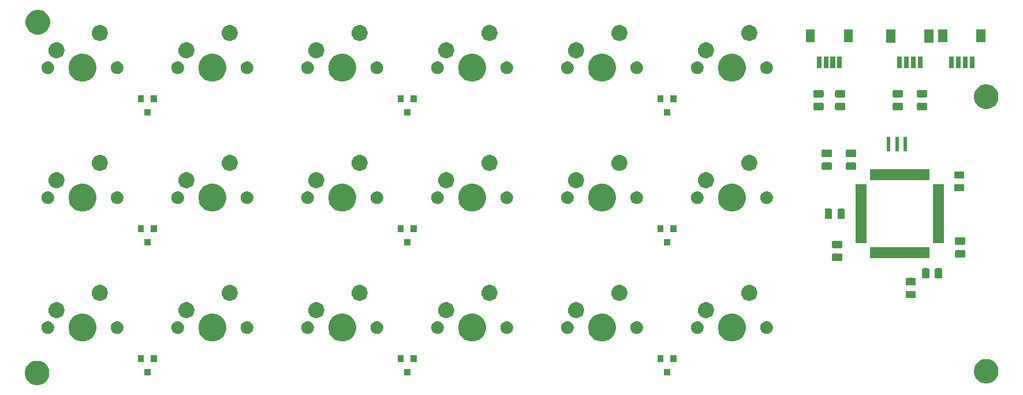
<source format=gbs>
G04 #@! TF.GenerationSoftware,KiCad,Pcbnew,(5.1.2)-2*
G04 #@! TF.CreationDate,2020-07-12T21:55:24+03:00*
G04 #@! TF.ProjectId,KB-Prototype,4b422d50-726f-4746-9f74-7970652e6b69,rev?*
G04 #@! TF.SameCoordinates,Original*
G04 #@! TF.FileFunction,Soldermask,Bot*
G04 #@! TF.FilePolarity,Negative*
%FSLAX46Y46*%
G04 Gerber Fmt 4.6, Leading zero omitted, Abs format (unit mm)*
G04 Created by KiCad (PCBNEW (5.1.2)-2) date 2020-07-12 21:55:24*
%MOMM*%
%LPD*%
G04 APERTURE LIST*
%ADD10C,0.100000*%
G04 APERTURE END LIST*
D10*
G36*
X27195331Y-76373211D02*
G01*
X27523092Y-76508974D01*
X27818070Y-76706072D01*
X28068928Y-76956930D01*
X28266026Y-77251908D01*
X28401789Y-77579669D01*
X28471000Y-77927616D01*
X28471000Y-78282384D01*
X28401789Y-78630331D01*
X28266026Y-78958092D01*
X28068928Y-79253070D01*
X27818070Y-79503928D01*
X27523092Y-79701026D01*
X27195331Y-79836789D01*
X26847384Y-79906000D01*
X26492616Y-79906000D01*
X26144669Y-79836789D01*
X25816908Y-79701026D01*
X25521930Y-79503928D01*
X25271072Y-79253070D01*
X25073974Y-78958092D01*
X24938211Y-78630331D01*
X24869000Y-78282384D01*
X24869000Y-77927616D01*
X24938211Y-77579669D01*
X25073974Y-77251908D01*
X25271072Y-76956930D01*
X25521930Y-76706072D01*
X25816908Y-76508974D01*
X26144669Y-76373211D01*
X26492616Y-76304000D01*
X26847384Y-76304000D01*
X27195331Y-76373211D01*
X27195331Y-76373211D01*
G37*
G36*
X166387331Y-76119211D02*
G01*
X166715092Y-76254974D01*
X167010070Y-76452072D01*
X167260928Y-76702930D01*
X167458026Y-76997908D01*
X167593789Y-77325669D01*
X167663000Y-77673616D01*
X167663000Y-78028384D01*
X167593789Y-78376331D01*
X167458026Y-78704092D01*
X167260928Y-78999070D01*
X167010070Y-79249928D01*
X166715092Y-79447026D01*
X166387331Y-79582789D01*
X166039384Y-79652000D01*
X165684616Y-79652000D01*
X165336669Y-79582789D01*
X165008908Y-79447026D01*
X164713930Y-79249928D01*
X164463072Y-78999070D01*
X164265974Y-78704092D01*
X164130211Y-78376331D01*
X164061000Y-78028384D01*
X164061000Y-77673616D01*
X164130211Y-77325669D01*
X164265974Y-76997908D01*
X164463072Y-76702930D01*
X164713930Y-76452072D01*
X165008908Y-76254974D01*
X165336669Y-76119211D01*
X165684616Y-76050000D01*
X166039384Y-76050000D01*
X166387331Y-76119211D01*
X166387331Y-76119211D01*
G37*
G36*
X119513500Y-78494750D02*
G01*
X118611500Y-78494750D01*
X118611500Y-77492750D01*
X119513500Y-77492750D01*
X119513500Y-78494750D01*
X119513500Y-78494750D01*
G37*
G36*
X43313500Y-78494750D02*
G01*
X42411500Y-78494750D01*
X42411500Y-77492750D01*
X43313500Y-77492750D01*
X43313500Y-78494750D01*
X43313500Y-78494750D01*
G37*
G36*
X81413500Y-78494750D02*
G01*
X80511500Y-78494750D01*
X80511500Y-77492750D01*
X81413500Y-77492750D01*
X81413500Y-78494750D01*
X81413500Y-78494750D01*
G37*
G36*
X120463500Y-76494750D02*
G01*
X119561500Y-76494750D01*
X119561500Y-75492750D01*
X120463500Y-75492750D01*
X120463500Y-76494750D01*
X120463500Y-76494750D01*
G37*
G36*
X118563500Y-76494750D02*
G01*
X117661500Y-76494750D01*
X117661500Y-75492750D01*
X118563500Y-75492750D01*
X118563500Y-76494750D01*
X118563500Y-76494750D01*
G37*
G36*
X82363500Y-76494750D02*
G01*
X81461500Y-76494750D01*
X81461500Y-75492750D01*
X82363500Y-75492750D01*
X82363500Y-76494750D01*
X82363500Y-76494750D01*
G37*
G36*
X80463500Y-76494750D02*
G01*
X79561500Y-76494750D01*
X79561500Y-75492750D01*
X80463500Y-75492750D01*
X80463500Y-76494750D01*
X80463500Y-76494750D01*
G37*
G36*
X44263500Y-76494750D02*
G01*
X43361500Y-76494750D01*
X43361500Y-75492750D01*
X44263500Y-75492750D01*
X44263500Y-76494750D01*
X44263500Y-76494750D01*
G37*
G36*
X42363500Y-76494750D02*
G01*
X41461500Y-76494750D01*
X41461500Y-75492750D01*
X42363500Y-75492750D01*
X42363500Y-76494750D01*
X42363500Y-76494750D01*
G37*
G36*
X72033974Y-69471184D02*
G01*
X72251974Y-69561483D01*
X72406123Y-69625333D01*
X72741048Y-69849123D01*
X73025877Y-70133952D01*
X73249667Y-70468877D01*
X73282062Y-70547086D01*
X73403816Y-70841026D01*
X73482400Y-71236094D01*
X73482400Y-71638906D01*
X73403816Y-72033974D01*
X73352951Y-72156772D01*
X73249667Y-72406123D01*
X73025877Y-72741048D01*
X72741048Y-73025877D01*
X72406123Y-73249667D01*
X72251974Y-73313517D01*
X72033974Y-73403816D01*
X71638906Y-73482400D01*
X71236094Y-73482400D01*
X70841026Y-73403816D01*
X70623026Y-73313517D01*
X70468877Y-73249667D01*
X70133952Y-73025877D01*
X69849123Y-72741048D01*
X69625333Y-72406123D01*
X69522049Y-72156772D01*
X69471184Y-72033974D01*
X69392600Y-71638906D01*
X69392600Y-71236094D01*
X69471184Y-70841026D01*
X69592938Y-70547086D01*
X69625333Y-70468877D01*
X69849123Y-70133952D01*
X70133952Y-69849123D01*
X70468877Y-69625333D01*
X70623026Y-69561483D01*
X70841026Y-69471184D01*
X71236094Y-69392600D01*
X71638906Y-69392600D01*
X72033974Y-69471184D01*
X72033974Y-69471184D01*
G37*
G36*
X129183974Y-69471184D02*
G01*
X129401974Y-69561483D01*
X129556123Y-69625333D01*
X129891048Y-69849123D01*
X130175877Y-70133952D01*
X130399667Y-70468877D01*
X130432062Y-70547086D01*
X130553816Y-70841026D01*
X130632400Y-71236094D01*
X130632400Y-71638906D01*
X130553816Y-72033974D01*
X130502951Y-72156772D01*
X130399667Y-72406123D01*
X130175877Y-72741048D01*
X129891048Y-73025877D01*
X129556123Y-73249667D01*
X129401974Y-73313517D01*
X129183974Y-73403816D01*
X128788906Y-73482400D01*
X128386094Y-73482400D01*
X127991026Y-73403816D01*
X127773026Y-73313517D01*
X127618877Y-73249667D01*
X127283952Y-73025877D01*
X126999123Y-72741048D01*
X126775333Y-72406123D01*
X126672049Y-72156772D01*
X126621184Y-72033974D01*
X126542600Y-71638906D01*
X126542600Y-71236094D01*
X126621184Y-70841026D01*
X126742938Y-70547086D01*
X126775333Y-70468877D01*
X126999123Y-70133952D01*
X127283952Y-69849123D01*
X127618877Y-69625333D01*
X127773026Y-69561483D01*
X127991026Y-69471184D01*
X128386094Y-69392600D01*
X128788906Y-69392600D01*
X129183974Y-69471184D01*
X129183974Y-69471184D01*
G37*
G36*
X110133974Y-69471184D02*
G01*
X110351974Y-69561483D01*
X110506123Y-69625333D01*
X110841048Y-69849123D01*
X111125877Y-70133952D01*
X111349667Y-70468877D01*
X111382062Y-70547086D01*
X111503816Y-70841026D01*
X111582400Y-71236094D01*
X111582400Y-71638906D01*
X111503816Y-72033974D01*
X111452951Y-72156772D01*
X111349667Y-72406123D01*
X111125877Y-72741048D01*
X110841048Y-73025877D01*
X110506123Y-73249667D01*
X110351974Y-73313517D01*
X110133974Y-73403816D01*
X109738906Y-73482400D01*
X109336094Y-73482400D01*
X108941026Y-73403816D01*
X108723026Y-73313517D01*
X108568877Y-73249667D01*
X108233952Y-73025877D01*
X107949123Y-72741048D01*
X107725333Y-72406123D01*
X107622049Y-72156772D01*
X107571184Y-72033974D01*
X107492600Y-71638906D01*
X107492600Y-71236094D01*
X107571184Y-70841026D01*
X107692938Y-70547086D01*
X107725333Y-70468877D01*
X107949123Y-70133952D01*
X108233952Y-69849123D01*
X108568877Y-69625333D01*
X108723026Y-69561483D01*
X108941026Y-69471184D01*
X109336094Y-69392600D01*
X109738906Y-69392600D01*
X110133974Y-69471184D01*
X110133974Y-69471184D01*
G37*
G36*
X91083974Y-69471184D02*
G01*
X91301974Y-69561483D01*
X91456123Y-69625333D01*
X91791048Y-69849123D01*
X92075877Y-70133952D01*
X92299667Y-70468877D01*
X92332062Y-70547086D01*
X92453816Y-70841026D01*
X92532400Y-71236094D01*
X92532400Y-71638906D01*
X92453816Y-72033974D01*
X92402951Y-72156772D01*
X92299667Y-72406123D01*
X92075877Y-72741048D01*
X91791048Y-73025877D01*
X91456123Y-73249667D01*
X91301974Y-73313517D01*
X91083974Y-73403816D01*
X90688906Y-73482400D01*
X90286094Y-73482400D01*
X89891026Y-73403816D01*
X89673026Y-73313517D01*
X89518877Y-73249667D01*
X89183952Y-73025877D01*
X88899123Y-72741048D01*
X88675333Y-72406123D01*
X88572049Y-72156772D01*
X88521184Y-72033974D01*
X88442600Y-71638906D01*
X88442600Y-71236094D01*
X88521184Y-70841026D01*
X88642938Y-70547086D01*
X88675333Y-70468877D01*
X88899123Y-70133952D01*
X89183952Y-69849123D01*
X89518877Y-69625333D01*
X89673026Y-69561483D01*
X89891026Y-69471184D01*
X90286094Y-69392600D01*
X90688906Y-69392600D01*
X91083974Y-69471184D01*
X91083974Y-69471184D01*
G37*
G36*
X52983974Y-69471184D02*
G01*
X53201974Y-69561483D01*
X53356123Y-69625333D01*
X53691048Y-69849123D01*
X53975877Y-70133952D01*
X54199667Y-70468877D01*
X54232062Y-70547086D01*
X54353816Y-70841026D01*
X54432400Y-71236094D01*
X54432400Y-71638906D01*
X54353816Y-72033974D01*
X54302951Y-72156772D01*
X54199667Y-72406123D01*
X53975877Y-72741048D01*
X53691048Y-73025877D01*
X53356123Y-73249667D01*
X53201974Y-73313517D01*
X52983974Y-73403816D01*
X52588906Y-73482400D01*
X52186094Y-73482400D01*
X51791026Y-73403816D01*
X51573026Y-73313517D01*
X51418877Y-73249667D01*
X51083952Y-73025877D01*
X50799123Y-72741048D01*
X50575333Y-72406123D01*
X50472049Y-72156772D01*
X50421184Y-72033974D01*
X50342600Y-71638906D01*
X50342600Y-71236094D01*
X50421184Y-70841026D01*
X50542938Y-70547086D01*
X50575333Y-70468877D01*
X50799123Y-70133952D01*
X51083952Y-69849123D01*
X51418877Y-69625333D01*
X51573026Y-69561483D01*
X51791026Y-69471184D01*
X52186094Y-69392600D01*
X52588906Y-69392600D01*
X52983974Y-69471184D01*
X52983974Y-69471184D01*
G37*
G36*
X33933974Y-69471184D02*
G01*
X34151974Y-69561483D01*
X34306123Y-69625333D01*
X34641048Y-69849123D01*
X34925877Y-70133952D01*
X35149667Y-70468877D01*
X35182062Y-70547086D01*
X35303816Y-70841026D01*
X35382400Y-71236094D01*
X35382400Y-71638906D01*
X35303816Y-72033974D01*
X35252951Y-72156772D01*
X35149667Y-72406123D01*
X34925877Y-72741048D01*
X34641048Y-73025877D01*
X34306123Y-73249667D01*
X34151974Y-73313517D01*
X33933974Y-73403816D01*
X33538906Y-73482400D01*
X33136094Y-73482400D01*
X32741026Y-73403816D01*
X32523026Y-73313517D01*
X32368877Y-73249667D01*
X32033952Y-73025877D01*
X31749123Y-72741048D01*
X31525333Y-72406123D01*
X31422049Y-72156772D01*
X31371184Y-72033974D01*
X31292600Y-71638906D01*
X31292600Y-71236094D01*
X31371184Y-70841026D01*
X31492938Y-70547086D01*
X31525333Y-70468877D01*
X31749123Y-70133952D01*
X32033952Y-69849123D01*
X32368877Y-69625333D01*
X32523026Y-69561483D01*
X32741026Y-69471184D01*
X33136094Y-69392600D01*
X33538906Y-69392600D01*
X33933974Y-69471184D01*
X33933974Y-69471184D01*
G37*
G36*
X28527604Y-70547085D02*
G01*
X28696126Y-70616889D01*
X28847791Y-70718228D01*
X28976772Y-70847209D01*
X29078111Y-70998874D01*
X29147915Y-71167396D01*
X29183500Y-71346297D01*
X29183500Y-71528703D01*
X29147915Y-71707604D01*
X29078111Y-71876126D01*
X28976772Y-72027791D01*
X28847791Y-72156772D01*
X28696126Y-72258111D01*
X28527604Y-72327915D01*
X28348703Y-72363500D01*
X28166297Y-72363500D01*
X27987396Y-72327915D01*
X27818874Y-72258111D01*
X27667209Y-72156772D01*
X27538228Y-72027791D01*
X27436889Y-71876126D01*
X27367085Y-71707604D01*
X27331500Y-71528703D01*
X27331500Y-71346297D01*
X27367085Y-71167396D01*
X27436889Y-70998874D01*
X27538228Y-70847209D01*
X27667209Y-70718228D01*
X27818874Y-70616889D01*
X27987396Y-70547085D01*
X28166297Y-70511500D01*
X28348703Y-70511500D01*
X28527604Y-70547085D01*
X28527604Y-70547085D01*
G37*
G36*
X76787604Y-70547085D02*
G01*
X76956126Y-70616889D01*
X77107791Y-70718228D01*
X77236772Y-70847209D01*
X77338111Y-70998874D01*
X77407915Y-71167396D01*
X77443500Y-71346297D01*
X77443500Y-71528703D01*
X77407915Y-71707604D01*
X77338111Y-71876126D01*
X77236772Y-72027791D01*
X77107791Y-72156772D01*
X76956126Y-72258111D01*
X76787604Y-72327915D01*
X76608703Y-72363500D01*
X76426297Y-72363500D01*
X76247396Y-72327915D01*
X76078874Y-72258111D01*
X75927209Y-72156772D01*
X75798228Y-72027791D01*
X75696889Y-71876126D01*
X75627085Y-71707604D01*
X75591500Y-71528703D01*
X75591500Y-71346297D01*
X75627085Y-71167396D01*
X75696889Y-70998874D01*
X75798228Y-70847209D01*
X75927209Y-70718228D01*
X76078874Y-70616889D01*
X76247396Y-70547085D01*
X76426297Y-70511500D01*
X76608703Y-70511500D01*
X76787604Y-70547085D01*
X76787604Y-70547085D01*
G37*
G36*
X47577604Y-70547085D02*
G01*
X47746126Y-70616889D01*
X47897791Y-70718228D01*
X48026772Y-70847209D01*
X48128111Y-70998874D01*
X48197915Y-71167396D01*
X48233500Y-71346297D01*
X48233500Y-71528703D01*
X48197915Y-71707604D01*
X48128111Y-71876126D01*
X48026772Y-72027791D01*
X47897791Y-72156772D01*
X47746126Y-72258111D01*
X47577604Y-72327915D01*
X47398703Y-72363500D01*
X47216297Y-72363500D01*
X47037396Y-72327915D01*
X46868874Y-72258111D01*
X46717209Y-72156772D01*
X46588228Y-72027791D01*
X46486889Y-71876126D01*
X46417085Y-71707604D01*
X46381500Y-71528703D01*
X46381500Y-71346297D01*
X46417085Y-71167396D01*
X46486889Y-70998874D01*
X46588228Y-70847209D01*
X46717209Y-70718228D01*
X46868874Y-70616889D01*
X47037396Y-70547085D01*
X47216297Y-70511500D01*
X47398703Y-70511500D01*
X47577604Y-70547085D01*
X47577604Y-70547085D01*
G37*
G36*
X57737604Y-70547085D02*
G01*
X57906126Y-70616889D01*
X58057791Y-70718228D01*
X58186772Y-70847209D01*
X58288111Y-70998874D01*
X58357915Y-71167396D01*
X58393500Y-71346297D01*
X58393500Y-71528703D01*
X58357915Y-71707604D01*
X58288111Y-71876126D01*
X58186772Y-72027791D01*
X58057791Y-72156772D01*
X57906126Y-72258111D01*
X57737604Y-72327915D01*
X57558703Y-72363500D01*
X57376297Y-72363500D01*
X57197396Y-72327915D01*
X57028874Y-72258111D01*
X56877209Y-72156772D01*
X56748228Y-72027791D01*
X56646889Y-71876126D01*
X56577085Y-71707604D01*
X56541500Y-71528703D01*
X56541500Y-71346297D01*
X56577085Y-71167396D01*
X56646889Y-70998874D01*
X56748228Y-70847209D01*
X56877209Y-70718228D01*
X57028874Y-70616889D01*
X57197396Y-70547085D01*
X57376297Y-70511500D01*
X57558703Y-70511500D01*
X57737604Y-70547085D01*
X57737604Y-70547085D01*
G37*
G36*
X95837604Y-70547085D02*
G01*
X96006126Y-70616889D01*
X96157791Y-70718228D01*
X96286772Y-70847209D01*
X96388111Y-70998874D01*
X96457915Y-71167396D01*
X96493500Y-71346297D01*
X96493500Y-71528703D01*
X96457915Y-71707604D01*
X96388111Y-71876126D01*
X96286772Y-72027791D01*
X96157791Y-72156772D01*
X96006126Y-72258111D01*
X95837604Y-72327915D01*
X95658703Y-72363500D01*
X95476297Y-72363500D01*
X95297396Y-72327915D01*
X95128874Y-72258111D01*
X94977209Y-72156772D01*
X94848228Y-72027791D01*
X94746889Y-71876126D01*
X94677085Y-71707604D01*
X94641500Y-71528703D01*
X94641500Y-71346297D01*
X94677085Y-71167396D01*
X94746889Y-70998874D01*
X94848228Y-70847209D01*
X94977209Y-70718228D01*
X95128874Y-70616889D01*
X95297396Y-70547085D01*
X95476297Y-70511500D01*
X95658703Y-70511500D01*
X95837604Y-70547085D01*
X95837604Y-70547085D01*
G37*
G36*
X38687604Y-70547085D02*
G01*
X38856126Y-70616889D01*
X39007791Y-70718228D01*
X39136772Y-70847209D01*
X39238111Y-70998874D01*
X39307915Y-71167396D01*
X39343500Y-71346297D01*
X39343500Y-71528703D01*
X39307915Y-71707604D01*
X39238111Y-71876126D01*
X39136772Y-72027791D01*
X39007791Y-72156772D01*
X38856126Y-72258111D01*
X38687604Y-72327915D01*
X38508703Y-72363500D01*
X38326297Y-72363500D01*
X38147396Y-72327915D01*
X37978874Y-72258111D01*
X37827209Y-72156772D01*
X37698228Y-72027791D01*
X37596889Y-71876126D01*
X37527085Y-71707604D01*
X37491500Y-71528703D01*
X37491500Y-71346297D01*
X37527085Y-71167396D01*
X37596889Y-70998874D01*
X37698228Y-70847209D01*
X37827209Y-70718228D01*
X37978874Y-70616889D01*
X38147396Y-70547085D01*
X38326297Y-70511500D01*
X38508703Y-70511500D01*
X38687604Y-70547085D01*
X38687604Y-70547085D01*
G37*
G36*
X114887604Y-70547085D02*
G01*
X115056126Y-70616889D01*
X115207791Y-70718228D01*
X115336772Y-70847209D01*
X115438111Y-70998874D01*
X115507915Y-71167396D01*
X115543500Y-71346297D01*
X115543500Y-71528703D01*
X115507915Y-71707604D01*
X115438111Y-71876126D01*
X115336772Y-72027791D01*
X115207791Y-72156772D01*
X115056126Y-72258111D01*
X114887604Y-72327915D01*
X114708703Y-72363500D01*
X114526297Y-72363500D01*
X114347396Y-72327915D01*
X114178874Y-72258111D01*
X114027209Y-72156772D01*
X113898228Y-72027791D01*
X113796889Y-71876126D01*
X113727085Y-71707604D01*
X113691500Y-71528703D01*
X113691500Y-71346297D01*
X113727085Y-71167396D01*
X113796889Y-70998874D01*
X113898228Y-70847209D01*
X114027209Y-70718228D01*
X114178874Y-70616889D01*
X114347396Y-70547085D01*
X114526297Y-70511500D01*
X114708703Y-70511500D01*
X114887604Y-70547085D01*
X114887604Y-70547085D01*
G37*
G36*
X104727604Y-70547085D02*
G01*
X104896126Y-70616889D01*
X105047791Y-70718228D01*
X105176772Y-70847209D01*
X105278111Y-70998874D01*
X105347915Y-71167396D01*
X105383500Y-71346297D01*
X105383500Y-71528703D01*
X105347915Y-71707604D01*
X105278111Y-71876126D01*
X105176772Y-72027791D01*
X105047791Y-72156772D01*
X104896126Y-72258111D01*
X104727604Y-72327915D01*
X104548703Y-72363500D01*
X104366297Y-72363500D01*
X104187396Y-72327915D01*
X104018874Y-72258111D01*
X103867209Y-72156772D01*
X103738228Y-72027791D01*
X103636889Y-71876126D01*
X103567085Y-71707604D01*
X103531500Y-71528703D01*
X103531500Y-71346297D01*
X103567085Y-71167396D01*
X103636889Y-70998874D01*
X103738228Y-70847209D01*
X103867209Y-70718228D01*
X104018874Y-70616889D01*
X104187396Y-70547085D01*
X104366297Y-70511500D01*
X104548703Y-70511500D01*
X104727604Y-70547085D01*
X104727604Y-70547085D01*
G37*
G36*
X133937604Y-70547085D02*
G01*
X134106126Y-70616889D01*
X134257791Y-70718228D01*
X134386772Y-70847209D01*
X134488111Y-70998874D01*
X134557915Y-71167396D01*
X134593500Y-71346297D01*
X134593500Y-71528703D01*
X134557915Y-71707604D01*
X134488111Y-71876126D01*
X134386772Y-72027791D01*
X134257791Y-72156772D01*
X134106126Y-72258111D01*
X133937604Y-72327915D01*
X133758703Y-72363500D01*
X133576297Y-72363500D01*
X133397396Y-72327915D01*
X133228874Y-72258111D01*
X133077209Y-72156772D01*
X132948228Y-72027791D01*
X132846889Y-71876126D01*
X132777085Y-71707604D01*
X132741500Y-71528703D01*
X132741500Y-71346297D01*
X132777085Y-71167396D01*
X132846889Y-70998874D01*
X132948228Y-70847209D01*
X133077209Y-70718228D01*
X133228874Y-70616889D01*
X133397396Y-70547085D01*
X133576297Y-70511500D01*
X133758703Y-70511500D01*
X133937604Y-70547085D01*
X133937604Y-70547085D01*
G37*
G36*
X123777604Y-70547085D02*
G01*
X123946126Y-70616889D01*
X124097791Y-70718228D01*
X124226772Y-70847209D01*
X124328111Y-70998874D01*
X124397915Y-71167396D01*
X124433500Y-71346297D01*
X124433500Y-71528703D01*
X124397915Y-71707604D01*
X124328111Y-71876126D01*
X124226772Y-72027791D01*
X124097791Y-72156772D01*
X123946126Y-72258111D01*
X123777604Y-72327915D01*
X123598703Y-72363500D01*
X123416297Y-72363500D01*
X123237396Y-72327915D01*
X123068874Y-72258111D01*
X122917209Y-72156772D01*
X122788228Y-72027791D01*
X122686889Y-71876126D01*
X122617085Y-71707604D01*
X122581500Y-71528703D01*
X122581500Y-71346297D01*
X122617085Y-71167396D01*
X122686889Y-70998874D01*
X122788228Y-70847209D01*
X122917209Y-70718228D01*
X123068874Y-70616889D01*
X123237396Y-70547085D01*
X123416297Y-70511500D01*
X123598703Y-70511500D01*
X123777604Y-70547085D01*
X123777604Y-70547085D01*
G37*
G36*
X85677604Y-70547085D02*
G01*
X85846126Y-70616889D01*
X85997791Y-70718228D01*
X86126772Y-70847209D01*
X86228111Y-70998874D01*
X86297915Y-71167396D01*
X86333500Y-71346297D01*
X86333500Y-71528703D01*
X86297915Y-71707604D01*
X86228111Y-71876126D01*
X86126772Y-72027791D01*
X85997791Y-72156772D01*
X85846126Y-72258111D01*
X85677604Y-72327915D01*
X85498703Y-72363500D01*
X85316297Y-72363500D01*
X85137396Y-72327915D01*
X84968874Y-72258111D01*
X84817209Y-72156772D01*
X84688228Y-72027791D01*
X84586889Y-71876126D01*
X84517085Y-71707604D01*
X84481500Y-71528703D01*
X84481500Y-71346297D01*
X84517085Y-71167396D01*
X84586889Y-70998874D01*
X84688228Y-70847209D01*
X84817209Y-70718228D01*
X84968874Y-70616889D01*
X85137396Y-70547085D01*
X85316297Y-70511500D01*
X85498703Y-70511500D01*
X85677604Y-70547085D01*
X85677604Y-70547085D01*
G37*
G36*
X66627604Y-70547085D02*
G01*
X66796126Y-70616889D01*
X66947791Y-70718228D01*
X67076772Y-70847209D01*
X67178111Y-70998874D01*
X67247915Y-71167396D01*
X67283500Y-71346297D01*
X67283500Y-71528703D01*
X67247915Y-71707604D01*
X67178111Y-71876126D01*
X67076772Y-72027791D01*
X66947791Y-72156772D01*
X66796126Y-72258111D01*
X66627604Y-72327915D01*
X66448703Y-72363500D01*
X66266297Y-72363500D01*
X66087396Y-72327915D01*
X65918874Y-72258111D01*
X65767209Y-72156772D01*
X65638228Y-72027791D01*
X65536889Y-71876126D01*
X65467085Y-71707604D01*
X65431500Y-71528703D01*
X65431500Y-71346297D01*
X65467085Y-71167396D01*
X65536889Y-70998874D01*
X65638228Y-70847209D01*
X65767209Y-70718228D01*
X65918874Y-70616889D01*
X66087396Y-70547085D01*
X66266297Y-70511500D01*
X66448703Y-70511500D01*
X66627604Y-70547085D01*
X66627604Y-70547085D01*
G37*
G36*
X67819060Y-67736564D02*
G01*
X67970527Y-67766693D01*
X68184545Y-67855342D01*
X68184546Y-67855343D01*
X68377154Y-67984039D01*
X68540961Y-68147846D01*
X68626758Y-68276251D01*
X68669658Y-68340455D01*
X68758307Y-68554473D01*
X68803500Y-68781674D01*
X68803500Y-69013326D01*
X68758307Y-69240527D01*
X68669658Y-69454545D01*
X68669657Y-69454546D01*
X68540961Y-69647154D01*
X68377154Y-69810961D01*
X68320040Y-69849123D01*
X68184545Y-69939658D01*
X67970527Y-70028307D01*
X67819060Y-70058436D01*
X67743327Y-70073500D01*
X67511673Y-70073500D01*
X67435940Y-70058436D01*
X67284473Y-70028307D01*
X67070455Y-69939658D01*
X66934960Y-69849123D01*
X66877846Y-69810961D01*
X66714039Y-69647154D01*
X66585343Y-69454546D01*
X66585342Y-69454545D01*
X66496693Y-69240527D01*
X66451500Y-69013326D01*
X66451500Y-68781674D01*
X66496693Y-68554473D01*
X66585342Y-68340455D01*
X66628242Y-68276251D01*
X66714039Y-68147846D01*
X66877846Y-67984039D01*
X67070454Y-67855343D01*
X67070455Y-67855342D01*
X67284473Y-67766693D01*
X67435940Y-67736564D01*
X67511673Y-67721500D01*
X67743327Y-67721500D01*
X67819060Y-67736564D01*
X67819060Y-67736564D01*
G37*
G36*
X29719060Y-67736564D02*
G01*
X29870527Y-67766693D01*
X30084545Y-67855342D01*
X30084546Y-67855343D01*
X30277154Y-67984039D01*
X30440961Y-68147846D01*
X30526758Y-68276251D01*
X30569658Y-68340455D01*
X30658307Y-68554473D01*
X30703500Y-68781674D01*
X30703500Y-69013326D01*
X30658307Y-69240527D01*
X30569658Y-69454545D01*
X30569657Y-69454546D01*
X30440961Y-69647154D01*
X30277154Y-69810961D01*
X30220040Y-69849123D01*
X30084545Y-69939658D01*
X29870527Y-70028307D01*
X29719060Y-70058436D01*
X29643327Y-70073500D01*
X29411673Y-70073500D01*
X29335940Y-70058436D01*
X29184473Y-70028307D01*
X28970455Y-69939658D01*
X28834960Y-69849123D01*
X28777846Y-69810961D01*
X28614039Y-69647154D01*
X28485343Y-69454546D01*
X28485342Y-69454545D01*
X28396693Y-69240527D01*
X28351500Y-69013326D01*
X28351500Y-68781674D01*
X28396693Y-68554473D01*
X28485342Y-68340455D01*
X28528242Y-68276251D01*
X28614039Y-68147846D01*
X28777846Y-67984039D01*
X28970454Y-67855343D01*
X28970455Y-67855342D01*
X29184473Y-67766693D01*
X29335940Y-67736564D01*
X29411673Y-67721500D01*
X29643327Y-67721500D01*
X29719060Y-67736564D01*
X29719060Y-67736564D01*
G37*
G36*
X48769060Y-67736564D02*
G01*
X48920527Y-67766693D01*
X49134545Y-67855342D01*
X49134546Y-67855343D01*
X49327154Y-67984039D01*
X49490961Y-68147846D01*
X49576758Y-68276251D01*
X49619658Y-68340455D01*
X49708307Y-68554473D01*
X49753500Y-68781674D01*
X49753500Y-69013326D01*
X49708307Y-69240527D01*
X49619658Y-69454545D01*
X49619657Y-69454546D01*
X49490961Y-69647154D01*
X49327154Y-69810961D01*
X49270040Y-69849123D01*
X49134545Y-69939658D01*
X48920527Y-70028307D01*
X48769060Y-70058436D01*
X48693327Y-70073500D01*
X48461673Y-70073500D01*
X48385940Y-70058436D01*
X48234473Y-70028307D01*
X48020455Y-69939658D01*
X47884960Y-69849123D01*
X47827846Y-69810961D01*
X47664039Y-69647154D01*
X47535343Y-69454546D01*
X47535342Y-69454545D01*
X47446693Y-69240527D01*
X47401500Y-69013326D01*
X47401500Y-68781674D01*
X47446693Y-68554473D01*
X47535342Y-68340455D01*
X47578242Y-68276251D01*
X47664039Y-68147846D01*
X47827846Y-67984039D01*
X48020454Y-67855343D01*
X48020455Y-67855342D01*
X48234473Y-67766693D01*
X48385940Y-67736564D01*
X48461673Y-67721500D01*
X48693327Y-67721500D01*
X48769060Y-67736564D01*
X48769060Y-67736564D01*
G37*
G36*
X86869060Y-67736564D02*
G01*
X87020527Y-67766693D01*
X87234545Y-67855342D01*
X87234546Y-67855343D01*
X87427154Y-67984039D01*
X87590961Y-68147846D01*
X87676758Y-68276251D01*
X87719658Y-68340455D01*
X87808307Y-68554473D01*
X87853500Y-68781674D01*
X87853500Y-69013326D01*
X87808307Y-69240527D01*
X87719658Y-69454545D01*
X87719657Y-69454546D01*
X87590961Y-69647154D01*
X87427154Y-69810961D01*
X87370040Y-69849123D01*
X87234545Y-69939658D01*
X87020527Y-70028307D01*
X86869060Y-70058436D01*
X86793327Y-70073500D01*
X86561673Y-70073500D01*
X86485940Y-70058436D01*
X86334473Y-70028307D01*
X86120455Y-69939658D01*
X85984960Y-69849123D01*
X85927846Y-69810961D01*
X85764039Y-69647154D01*
X85635343Y-69454546D01*
X85635342Y-69454545D01*
X85546693Y-69240527D01*
X85501500Y-69013326D01*
X85501500Y-68781674D01*
X85546693Y-68554473D01*
X85635342Y-68340455D01*
X85678242Y-68276251D01*
X85764039Y-68147846D01*
X85927846Y-67984039D01*
X86120454Y-67855343D01*
X86120455Y-67855342D01*
X86334473Y-67766693D01*
X86485940Y-67736564D01*
X86561673Y-67721500D01*
X86793327Y-67721500D01*
X86869060Y-67736564D01*
X86869060Y-67736564D01*
G37*
G36*
X124969060Y-67736564D02*
G01*
X125120527Y-67766693D01*
X125334545Y-67855342D01*
X125334546Y-67855343D01*
X125527154Y-67984039D01*
X125690961Y-68147846D01*
X125776758Y-68276251D01*
X125819658Y-68340455D01*
X125908307Y-68554473D01*
X125953500Y-68781674D01*
X125953500Y-69013326D01*
X125908307Y-69240527D01*
X125819658Y-69454545D01*
X125819657Y-69454546D01*
X125690961Y-69647154D01*
X125527154Y-69810961D01*
X125470040Y-69849123D01*
X125334545Y-69939658D01*
X125120527Y-70028307D01*
X124969060Y-70058436D01*
X124893327Y-70073500D01*
X124661673Y-70073500D01*
X124585940Y-70058436D01*
X124434473Y-70028307D01*
X124220455Y-69939658D01*
X124084960Y-69849123D01*
X124027846Y-69810961D01*
X123864039Y-69647154D01*
X123735343Y-69454546D01*
X123735342Y-69454545D01*
X123646693Y-69240527D01*
X123601500Y-69013326D01*
X123601500Y-68781674D01*
X123646693Y-68554473D01*
X123735342Y-68340455D01*
X123778242Y-68276251D01*
X123864039Y-68147846D01*
X124027846Y-67984039D01*
X124220454Y-67855343D01*
X124220455Y-67855342D01*
X124434473Y-67766693D01*
X124585940Y-67736564D01*
X124661673Y-67721500D01*
X124893327Y-67721500D01*
X124969060Y-67736564D01*
X124969060Y-67736564D01*
G37*
G36*
X105919060Y-67736564D02*
G01*
X106070527Y-67766693D01*
X106284545Y-67855342D01*
X106284546Y-67855343D01*
X106477154Y-67984039D01*
X106640961Y-68147846D01*
X106726758Y-68276251D01*
X106769658Y-68340455D01*
X106858307Y-68554473D01*
X106903500Y-68781674D01*
X106903500Y-69013326D01*
X106858307Y-69240527D01*
X106769658Y-69454545D01*
X106769657Y-69454546D01*
X106640961Y-69647154D01*
X106477154Y-69810961D01*
X106420040Y-69849123D01*
X106284545Y-69939658D01*
X106070527Y-70028307D01*
X105919060Y-70058436D01*
X105843327Y-70073500D01*
X105611673Y-70073500D01*
X105535940Y-70058436D01*
X105384473Y-70028307D01*
X105170455Y-69939658D01*
X105034960Y-69849123D01*
X104977846Y-69810961D01*
X104814039Y-69647154D01*
X104685343Y-69454546D01*
X104685342Y-69454545D01*
X104596693Y-69240527D01*
X104551500Y-69013326D01*
X104551500Y-68781674D01*
X104596693Y-68554473D01*
X104685342Y-68340455D01*
X104728242Y-68276251D01*
X104814039Y-68147846D01*
X104977846Y-67984039D01*
X105170454Y-67855343D01*
X105170455Y-67855342D01*
X105384473Y-67766693D01*
X105535940Y-67736564D01*
X105611673Y-67721500D01*
X105843327Y-67721500D01*
X105919060Y-67736564D01*
X105919060Y-67736564D01*
G37*
G36*
X55119060Y-65196564D02*
G01*
X55270527Y-65226693D01*
X55484545Y-65315342D01*
X55484546Y-65315343D01*
X55677154Y-65444039D01*
X55840961Y-65607846D01*
X55926758Y-65736251D01*
X55969658Y-65800455D01*
X56058307Y-66014473D01*
X56103500Y-66241674D01*
X56103500Y-66473326D01*
X56058307Y-66700527D01*
X55969658Y-66914545D01*
X55964602Y-66922112D01*
X55840961Y-67107154D01*
X55677154Y-67270961D01*
X55548749Y-67356758D01*
X55484545Y-67399658D01*
X55270527Y-67488307D01*
X55119060Y-67518436D01*
X55043327Y-67533500D01*
X54811673Y-67533500D01*
X54735940Y-67518436D01*
X54584473Y-67488307D01*
X54370455Y-67399658D01*
X54306251Y-67356758D01*
X54177846Y-67270961D01*
X54014039Y-67107154D01*
X53890398Y-66922112D01*
X53885342Y-66914545D01*
X53796693Y-66700527D01*
X53751500Y-66473326D01*
X53751500Y-66241674D01*
X53796693Y-66014473D01*
X53885342Y-65800455D01*
X53928242Y-65736251D01*
X54014039Y-65607846D01*
X54177846Y-65444039D01*
X54370454Y-65315343D01*
X54370455Y-65315342D01*
X54584473Y-65226693D01*
X54735940Y-65196564D01*
X54811673Y-65181500D01*
X55043327Y-65181500D01*
X55119060Y-65196564D01*
X55119060Y-65196564D01*
G37*
G36*
X93219060Y-65196564D02*
G01*
X93370527Y-65226693D01*
X93584545Y-65315342D01*
X93584546Y-65315343D01*
X93777154Y-65444039D01*
X93940961Y-65607846D01*
X94026758Y-65736251D01*
X94069658Y-65800455D01*
X94158307Y-66014473D01*
X94203500Y-66241674D01*
X94203500Y-66473326D01*
X94158307Y-66700527D01*
X94069658Y-66914545D01*
X94064602Y-66922112D01*
X93940961Y-67107154D01*
X93777154Y-67270961D01*
X93648749Y-67356758D01*
X93584545Y-67399658D01*
X93370527Y-67488307D01*
X93219060Y-67518436D01*
X93143327Y-67533500D01*
X92911673Y-67533500D01*
X92835940Y-67518436D01*
X92684473Y-67488307D01*
X92470455Y-67399658D01*
X92406251Y-67356758D01*
X92277846Y-67270961D01*
X92114039Y-67107154D01*
X91990398Y-66922112D01*
X91985342Y-66914545D01*
X91896693Y-66700527D01*
X91851500Y-66473326D01*
X91851500Y-66241674D01*
X91896693Y-66014473D01*
X91985342Y-65800455D01*
X92028242Y-65736251D01*
X92114039Y-65607846D01*
X92277846Y-65444039D01*
X92470454Y-65315343D01*
X92470455Y-65315342D01*
X92684473Y-65226693D01*
X92835940Y-65196564D01*
X92911673Y-65181500D01*
X93143327Y-65181500D01*
X93219060Y-65196564D01*
X93219060Y-65196564D01*
G37*
G36*
X131319060Y-65196564D02*
G01*
X131470527Y-65226693D01*
X131684545Y-65315342D01*
X131684546Y-65315343D01*
X131877154Y-65444039D01*
X132040961Y-65607846D01*
X132126758Y-65736251D01*
X132169658Y-65800455D01*
X132258307Y-66014473D01*
X132303500Y-66241674D01*
X132303500Y-66473326D01*
X132258307Y-66700527D01*
X132169658Y-66914545D01*
X132164602Y-66922112D01*
X132040961Y-67107154D01*
X131877154Y-67270961D01*
X131748749Y-67356758D01*
X131684545Y-67399658D01*
X131470527Y-67488307D01*
X131319060Y-67518436D01*
X131243327Y-67533500D01*
X131011673Y-67533500D01*
X130935940Y-67518436D01*
X130784473Y-67488307D01*
X130570455Y-67399658D01*
X130506251Y-67356758D01*
X130377846Y-67270961D01*
X130214039Y-67107154D01*
X130090398Y-66922112D01*
X130085342Y-66914545D01*
X129996693Y-66700527D01*
X129951500Y-66473326D01*
X129951500Y-66241674D01*
X129996693Y-66014473D01*
X130085342Y-65800455D01*
X130128242Y-65736251D01*
X130214039Y-65607846D01*
X130377846Y-65444039D01*
X130570454Y-65315343D01*
X130570455Y-65315342D01*
X130784473Y-65226693D01*
X130935940Y-65196564D01*
X131011673Y-65181500D01*
X131243327Y-65181500D01*
X131319060Y-65196564D01*
X131319060Y-65196564D01*
G37*
G36*
X74169060Y-65196564D02*
G01*
X74320527Y-65226693D01*
X74534545Y-65315342D01*
X74534546Y-65315343D01*
X74727154Y-65444039D01*
X74890961Y-65607846D01*
X74976758Y-65736251D01*
X75019658Y-65800455D01*
X75108307Y-66014473D01*
X75153500Y-66241674D01*
X75153500Y-66473326D01*
X75108307Y-66700527D01*
X75019658Y-66914545D01*
X75014602Y-66922112D01*
X74890961Y-67107154D01*
X74727154Y-67270961D01*
X74598749Y-67356758D01*
X74534545Y-67399658D01*
X74320527Y-67488307D01*
X74169060Y-67518436D01*
X74093327Y-67533500D01*
X73861673Y-67533500D01*
X73785940Y-67518436D01*
X73634473Y-67488307D01*
X73420455Y-67399658D01*
X73356251Y-67356758D01*
X73227846Y-67270961D01*
X73064039Y-67107154D01*
X72940398Y-66922112D01*
X72935342Y-66914545D01*
X72846693Y-66700527D01*
X72801500Y-66473326D01*
X72801500Y-66241674D01*
X72846693Y-66014473D01*
X72935342Y-65800455D01*
X72978242Y-65736251D01*
X73064039Y-65607846D01*
X73227846Y-65444039D01*
X73420454Y-65315343D01*
X73420455Y-65315342D01*
X73634473Y-65226693D01*
X73785940Y-65196564D01*
X73861673Y-65181500D01*
X74093327Y-65181500D01*
X74169060Y-65196564D01*
X74169060Y-65196564D01*
G37*
G36*
X112269060Y-65196564D02*
G01*
X112420527Y-65226693D01*
X112634545Y-65315342D01*
X112634546Y-65315343D01*
X112827154Y-65444039D01*
X112990961Y-65607846D01*
X113076758Y-65736251D01*
X113119658Y-65800455D01*
X113208307Y-66014473D01*
X113253500Y-66241674D01*
X113253500Y-66473326D01*
X113208307Y-66700527D01*
X113119658Y-66914545D01*
X113114602Y-66922112D01*
X112990961Y-67107154D01*
X112827154Y-67270961D01*
X112698749Y-67356758D01*
X112634545Y-67399658D01*
X112420527Y-67488307D01*
X112269060Y-67518436D01*
X112193327Y-67533500D01*
X111961673Y-67533500D01*
X111885940Y-67518436D01*
X111734473Y-67488307D01*
X111520455Y-67399658D01*
X111456251Y-67356758D01*
X111327846Y-67270961D01*
X111164039Y-67107154D01*
X111040398Y-66922112D01*
X111035342Y-66914545D01*
X110946693Y-66700527D01*
X110901500Y-66473326D01*
X110901500Y-66241674D01*
X110946693Y-66014473D01*
X111035342Y-65800455D01*
X111078242Y-65736251D01*
X111164039Y-65607846D01*
X111327846Y-65444039D01*
X111520454Y-65315343D01*
X111520455Y-65315342D01*
X111734473Y-65226693D01*
X111885940Y-65196564D01*
X111961673Y-65181500D01*
X112193327Y-65181500D01*
X112269060Y-65196564D01*
X112269060Y-65196564D01*
G37*
G36*
X36069060Y-65196564D02*
G01*
X36220527Y-65226693D01*
X36434545Y-65315342D01*
X36434546Y-65315343D01*
X36627154Y-65444039D01*
X36790961Y-65607846D01*
X36876758Y-65736251D01*
X36919658Y-65800455D01*
X37008307Y-66014473D01*
X37053500Y-66241674D01*
X37053500Y-66473326D01*
X37008307Y-66700527D01*
X36919658Y-66914545D01*
X36914602Y-66922112D01*
X36790961Y-67107154D01*
X36627154Y-67270961D01*
X36498749Y-67356758D01*
X36434545Y-67399658D01*
X36220527Y-67488307D01*
X36069060Y-67518436D01*
X35993327Y-67533500D01*
X35761673Y-67533500D01*
X35685940Y-67518436D01*
X35534473Y-67488307D01*
X35320455Y-67399658D01*
X35256251Y-67356758D01*
X35127846Y-67270961D01*
X34964039Y-67107154D01*
X34840398Y-66922112D01*
X34835342Y-66914545D01*
X34746693Y-66700527D01*
X34701500Y-66473326D01*
X34701500Y-66241674D01*
X34746693Y-66014473D01*
X34835342Y-65800455D01*
X34878242Y-65736251D01*
X34964039Y-65607846D01*
X35127846Y-65444039D01*
X35320454Y-65315343D01*
X35320455Y-65315342D01*
X35534473Y-65226693D01*
X35685940Y-65196564D01*
X35761673Y-65181500D01*
X35993327Y-65181500D01*
X36069060Y-65196564D01*
X36069060Y-65196564D01*
G37*
G36*
X155397468Y-66062565D02*
G01*
X155436138Y-66074296D01*
X155471777Y-66093346D01*
X155503017Y-66118983D01*
X155528654Y-66150223D01*
X155547704Y-66185862D01*
X155559435Y-66224532D01*
X155564000Y-66270888D01*
X155564000Y-66922112D01*
X155559435Y-66968468D01*
X155547704Y-67007138D01*
X155528654Y-67042777D01*
X155503017Y-67074017D01*
X155471777Y-67099654D01*
X155436138Y-67118704D01*
X155397468Y-67130435D01*
X155351112Y-67135000D01*
X154274888Y-67135000D01*
X154228532Y-67130435D01*
X154189862Y-67118704D01*
X154154223Y-67099654D01*
X154122983Y-67074017D01*
X154097346Y-67042777D01*
X154078296Y-67007138D01*
X154066565Y-66968468D01*
X154062000Y-66922112D01*
X154062000Y-66270888D01*
X154066565Y-66224532D01*
X154078296Y-66185862D01*
X154097346Y-66150223D01*
X154122983Y-66118983D01*
X154154223Y-66093346D01*
X154189862Y-66074296D01*
X154228532Y-66062565D01*
X154274888Y-66058000D01*
X155351112Y-66058000D01*
X155397468Y-66062565D01*
X155397468Y-66062565D01*
G37*
G36*
X155397468Y-64187565D02*
G01*
X155436138Y-64199296D01*
X155471777Y-64218346D01*
X155503017Y-64243983D01*
X155528654Y-64275223D01*
X155547704Y-64310862D01*
X155559435Y-64349532D01*
X155564000Y-64395888D01*
X155564000Y-65047112D01*
X155559435Y-65093468D01*
X155547704Y-65132138D01*
X155528654Y-65167777D01*
X155503017Y-65199017D01*
X155471777Y-65224654D01*
X155436138Y-65243704D01*
X155397468Y-65255435D01*
X155351112Y-65260000D01*
X154274888Y-65260000D01*
X154228532Y-65255435D01*
X154189862Y-65243704D01*
X154154223Y-65224654D01*
X154122983Y-65199017D01*
X154097346Y-65167777D01*
X154078296Y-65132138D01*
X154066565Y-65093468D01*
X154062000Y-65047112D01*
X154062000Y-64395888D01*
X154066565Y-64349532D01*
X154078296Y-64310862D01*
X154097346Y-64275223D01*
X154122983Y-64243983D01*
X154154223Y-64218346D01*
X154189862Y-64199296D01*
X154228532Y-64187565D01*
X154274888Y-64183000D01*
X155351112Y-64183000D01*
X155397468Y-64187565D01*
X155397468Y-64187565D01*
G37*
G36*
X159265718Y-62753565D02*
G01*
X159304388Y-62765296D01*
X159340027Y-62784346D01*
X159371267Y-62809983D01*
X159396904Y-62841223D01*
X159415954Y-62876862D01*
X159427685Y-62915532D01*
X159432250Y-62961888D01*
X159432250Y-64038112D01*
X159427685Y-64084468D01*
X159415954Y-64123138D01*
X159396904Y-64158777D01*
X159371267Y-64190017D01*
X159340027Y-64215654D01*
X159304388Y-64234704D01*
X159265718Y-64246435D01*
X159219362Y-64251000D01*
X158568138Y-64251000D01*
X158521782Y-64246435D01*
X158483112Y-64234704D01*
X158447473Y-64215654D01*
X158416233Y-64190017D01*
X158390596Y-64158777D01*
X158371546Y-64123138D01*
X158359815Y-64084468D01*
X158355250Y-64038112D01*
X158355250Y-62961888D01*
X158359815Y-62915532D01*
X158371546Y-62876862D01*
X158390596Y-62841223D01*
X158416233Y-62809983D01*
X158447473Y-62784346D01*
X158483112Y-62765296D01*
X158521782Y-62753565D01*
X158568138Y-62749000D01*
X159219362Y-62749000D01*
X159265718Y-62753565D01*
X159265718Y-62753565D01*
G37*
G36*
X157390718Y-62753565D02*
G01*
X157429388Y-62765296D01*
X157465027Y-62784346D01*
X157496267Y-62809983D01*
X157521904Y-62841223D01*
X157540954Y-62876862D01*
X157552685Y-62915532D01*
X157557250Y-62961888D01*
X157557250Y-64038112D01*
X157552685Y-64084468D01*
X157540954Y-64123138D01*
X157521904Y-64158777D01*
X157496267Y-64190017D01*
X157465027Y-64215654D01*
X157429388Y-64234704D01*
X157390718Y-64246435D01*
X157344362Y-64251000D01*
X156693138Y-64251000D01*
X156646782Y-64246435D01*
X156608112Y-64234704D01*
X156572473Y-64215654D01*
X156541233Y-64190017D01*
X156515596Y-64158777D01*
X156496546Y-64123138D01*
X156484815Y-64084468D01*
X156480250Y-64038112D01*
X156480250Y-62961888D01*
X156484815Y-62915532D01*
X156496546Y-62876862D01*
X156515596Y-62841223D01*
X156541233Y-62809983D01*
X156572473Y-62784346D01*
X156608112Y-62765296D01*
X156646782Y-62753565D01*
X156693138Y-62749000D01*
X157344362Y-62749000D01*
X157390718Y-62753565D01*
X157390718Y-62753565D01*
G37*
G36*
X144602468Y-60601565D02*
G01*
X144641138Y-60613296D01*
X144676777Y-60632346D01*
X144708017Y-60657983D01*
X144733654Y-60689223D01*
X144752704Y-60724862D01*
X144764435Y-60763532D01*
X144769000Y-60809888D01*
X144769000Y-61461112D01*
X144764435Y-61507468D01*
X144752704Y-61546138D01*
X144733654Y-61581777D01*
X144708017Y-61613017D01*
X144676777Y-61638654D01*
X144641138Y-61657704D01*
X144602468Y-61669435D01*
X144556112Y-61674000D01*
X143479888Y-61674000D01*
X143433532Y-61669435D01*
X143394862Y-61657704D01*
X143359223Y-61638654D01*
X143327983Y-61613017D01*
X143302346Y-61581777D01*
X143283296Y-61546138D01*
X143271565Y-61507468D01*
X143267000Y-61461112D01*
X143267000Y-60809888D01*
X143271565Y-60763532D01*
X143283296Y-60724862D01*
X143302346Y-60689223D01*
X143327983Y-60657983D01*
X143359223Y-60632346D01*
X143394862Y-60613296D01*
X143433532Y-60601565D01*
X143479888Y-60597000D01*
X144556112Y-60597000D01*
X144602468Y-60601565D01*
X144602468Y-60601565D01*
G37*
G36*
X157519750Y-61269750D02*
G01*
X148867750Y-61269750D01*
X148867750Y-59667750D01*
X157519750Y-59667750D01*
X157519750Y-61269750D01*
X157519750Y-61269750D01*
G37*
G36*
X162636468Y-60093565D02*
G01*
X162675138Y-60105296D01*
X162710777Y-60124346D01*
X162742017Y-60149983D01*
X162767654Y-60181223D01*
X162786704Y-60216862D01*
X162798435Y-60255532D01*
X162803000Y-60301888D01*
X162803000Y-60953112D01*
X162798435Y-60999468D01*
X162786704Y-61038138D01*
X162767654Y-61073777D01*
X162742017Y-61105017D01*
X162710777Y-61130654D01*
X162675138Y-61149704D01*
X162636468Y-61161435D01*
X162590112Y-61166000D01*
X161513888Y-61166000D01*
X161467532Y-61161435D01*
X161428862Y-61149704D01*
X161393223Y-61130654D01*
X161361983Y-61105017D01*
X161336346Y-61073777D01*
X161317296Y-61038138D01*
X161305565Y-60999468D01*
X161301000Y-60953112D01*
X161301000Y-60301888D01*
X161305565Y-60255532D01*
X161317296Y-60216862D01*
X161336346Y-60181223D01*
X161361983Y-60149983D01*
X161393223Y-60124346D01*
X161428862Y-60105296D01*
X161467532Y-60093565D01*
X161513888Y-60089000D01*
X162590112Y-60089000D01*
X162636468Y-60093565D01*
X162636468Y-60093565D01*
G37*
G36*
X144602468Y-58726565D02*
G01*
X144641138Y-58738296D01*
X144676777Y-58757346D01*
X144708017Y-58782983D01*
X144733654Y-58814223D01*
X144752704Y-58849862D01*
X144764435Y-58888532D01*
X144769000Y-58934888D01*
X144769000Y-59586112D01*
X144764435Y-59632468D01*
X144752704Y-59671138D01*
X144733654Y-59706777D01*
X144708017Y-59738017D01*
X144676777Y-59763654D01*
X144641138Y-59782704D01*
X144602468Y-59794435D01*
X144556112Y-59799000D01*
X143479888Y-59799000D01*
X143433532Y-59794435D01*
X143394862Y-59782704D01*
X143359223Y-59763654D01*
X143327983Y-59738017D01*
X143302346Y-59706777D01*
X143283296Y-59671138D01*
X143271565Y-59632468D01*
X143267000Y-59586112D01*
X143267000Y-58934888D01*
X143271565Y-58888532D01*
X143283296Y-58849862D01*
X143302346Y-58814223D01*
X143327983Y-58782983D01*
X143359223Y-58757346D01*
X143394862Y-58738296D01*
X143433532Y-58726565D01*
X143479888Y-58722000D01*
X144556112Y-58722000D01*
X144602468Y-58726565D01*
X144602468Y-58726565D01*
G37*
G36*
X119513500Y-59444750D02*
G01*
X118611500Y-59444750D01*
X118611500Y-58442750D01*
X119513500Y-58442750D01*
X119513500Y-59444750D01*
X119513500Y-59444750D01*
G37*
G36*
X81413500Y-59444750D02*
G01*
X80511500Y-59444750D01*
X80511500Y-58442750D01*
X81413500Y-58442750D01*
X81413500Y-59444750D01*
X81413500Y-59444750D01*
G37*
G36*
X43313500Y-59444750D02*
G01*
X42411500Y-59444750D01*
X42411500Y-58442750D01*
X43313500Y-58442750D01*
X43313500Y-59444750D01*
X43313500Y-59444750D01*
G37*
G36*
X162636468Y-58218565D02*
G01*
X162675138Y-58230296D01*
X162710777Y-58249346D01*
X162742017Y-58274983D01*
X162767654Y-58306223D01*
X162786704Y-58341862D01*
X162798435Y-58380532D01*
X162803000Y-58426888D01*
X162803000Y-59078112D01*
X162798435Y-59124468D01*
X162786704Y-59163138D01*
X162767654Y-59198777D01*
X162742017Y-59230017D01*
X162710777Y-59255654D01*
X162675138Y-59274704D01*
X162636468Y-59286435D01*
X162590112Y-59291000D01*
X161513888Y-59291000D01*
X161467532Y-59286435D01*
X161428862Y-59274704D01*
X161393223Y-59255654D01*
X161361983Y-59230017D01*
X161336346Y-59198777D01*
X161317296Y-59163138D01*
X161305565Y-59124468D01*
X161301000Y-59078112D01*
X161301000Y-58426888D01*
X161305565Y-58380532D01*
X161317296Y-58341862D01*
X161336346Y-58306223D01*
X161361983Y-58274983D01*
X161393223Y-58249346D01*
X161428862Y-58230296D01*
X161467532Y-58218565D01*
X161513888Y-58214000D01*
X162590112Y-58214000D01*
X162636468Y-58218565D01*
X162636468Y-58218565D01*
G37*
G36*
X159694750Y-59094750D02*
G01*
X158092750Y-59094750D01*
X158092750Y-50442750D01*
X159694750Y-50442750D01*
X159694750Y-59094750D01*
X159694750Y-59094750D01*
G37*
G36*
X148294750Y-59094750D02*
G01*
X146692750Y-59094750D01*
X146692750Y-50442750D01*
X148294750Y-50442750D01*
X148294750Y-59094750D01*
X148294750Y-59094750D01*
G37*
G36*
X120463500Y-57444750D02*
G01*
X119561500Y-57444750D01*
X119561500Y-56442750D01*
X120463500Y-56442750D01*
X120463500Y-57444750D01*
X120463500Y-57444750D01*
G37*
G36*
X44263500Y-57444750D02*
G01*
X43361500Y-57444750D01*
X43361500Y-56442750D01*
X44263500Y-56442750D01*
X44263500Y-57444750D01*
X44263500Y-57444750D01*
G37*
G36*
X80463500Y-57444750D02*
G01*
X79561500Y-57444750D01*
X79561500Y-56442750D01*
X80463500Y-56442750D01*
X80463500Y-57444750D01*
X80463500Y-57444750D01*
G37*
G36*
X82363500Y-57444750D02*
G01*
X81461500Y-57444750D01*
X81461500Y-56442750D01*
X82363500Y-56442750D01*
X82363500Y-57444750D01*
X82363500Y-57444750D01*
G37*
G36*
X42363500Y-57444750D02*
G01*
X41461500Y-57444750D01*
X41461500Y-56442750D01*
X42363500Y-56442750D01*
X42363500Y-57444750D01*
X42363500Y-57444750D01*
G37*
G36*
X118563500Y-57444750D02*
G01*
X117661500Y-57444750D01*
X117661500Y-56442750D01*
X118563500Y-56442750D01*
X118563500Y-57444750D01*
X118563500Y-57444750D01*
G37*
G36*
X144978218Y-54022315D02*
G01*
X145016888Y-54034046D01*
X145052527Y-54053096D01*
X145083767Y-54078733D01*
X145109404Y-54109973D01*
X145128454Y-54145612D01*
X145140185Y-54184282D01*
X145144750Y-54230638D01*
X145144750Y-55306862D01*
X145140185Y-55353218D01*
X145128454Y-55391888D01*
X145109404Y-55427527D01*
X145083767Y-55458767D01*
X145052527Y-55484404D01*
X145016888Y-55503454D01*
X144978218Y-55515185D01*
X144931862Y-55519750D01*
X144280638Y-55519750D01*
X144234282Y-55515185D01*
X144195612Y-55503454D01*
X144159973Y-55484404D01*
X144128733Y-55458767D01*
X144103096Y-55427527D01*
X144084046Y-55391888D01*
X144072315Y-55353218D01*
X144067750Y-55306862D01*
X144067750Y-54230638D01*
X144072315Y-54184282D01*
X144084046Y-54145612D01*
X144103096Y-54109973D01*
X144128733Y-54078733D01*
X144159973Y-54053096D01*
X144195612Y-54034046D01*
X144234282Y-54022315D01*
X144280638Y-54017750D01*
X144931862Y-54017750D01*
X144978218Y-54022315D01*
X144978218Y-54022315D01*
G37*
G36*
X143103218Y-54022315D02*
G01*
X143141888Y-54034046D01*
X143177527Y-54053096D01*
X143208767Y-54078733D01*
X143234404Y-54109973D01*
X143253454Y-54145612D01*
X143265185Y-54184282D01*
X143269750Y-54230638D01*
X143269750Y-55306862D01*
X143265185Y-55353218D01*
X143253454Y-55391888D01*
X143234404Y-55427527D01*
X143208767Y-55458767D01*
X143177527Y-55484404D01*
X143141888Y-55503454D01*
X143103218Y-55515185D01*
X143056862Y-55519750D01*
X142405638Y-55519750D01*
X142359282Y-55515185D01*
X142320612Y-55503454D01*
X142284973Y-55484404D01*
X142253733Y-55458767D01*
X142228096Y-55427527D01*
X142209046Y-55391888D01*
X142197315Y-55353218D01*
X142192750Y-55306862D01*
X142192750Y-54230638D01*
X142197315Y-54184282D01*
X142209046Y-54145612D01*
X142228096Y-54109973D01*
X142253733Y-54078733D01*
X142284973Y-54053096D01*
X142320612Y-54034046D01*
X142359282Y-54022315D01*
X142405638Y-54017750D01*
X143056862Y-54017750D01*
X143103218Y-54022315D01*
X143103218Y-54022315D01*
G37*
G36*
X33933974Y-50421184D02*
G01*
X34151974Y-50511483D01*
X34306123Y-50575333D01*
X34641048Y-50799123D01*
X34925877Y-51083952D01*
X35149667Y-51418877D01*
X35182062Y-51497086D01*
X35303816Y-51791026D01*
X35382400Y-52186094D01*
X35382400Y-52588906D01*
X35303816Y-52983974D01*
X35252951Y-53106772D01*
X35149667Y-53356123D01*
X34925877Y-53691048D01*
X34641048Y-53975877D01*
X34306123Y-54199667D01*
X34151974Y-54263517D01*
X33933974Y-54353816D01*
X33538906Y-54432400D01*
X33136094Y-54432400D01*
X32741026Y-54353816D01*
X32523026Y-54263517D01*
X32368877Y-54199667D01*
X32033952Y-53975877D01*
X31749123Y-53691048D01*
X31525333Y-53356123D01*
X31422049Y-53106772D01*
X31371184Y-52983974D01*
X31292600Y-52588906D01*
X31292600Y-52186094D01*
X31371184Y-51791026D01*
X31492938Y-51497086D01*
X31525333Y-51418877D01*
X31749123Y-51083952D01*
X32033952Y-50799123D01*
X32368877Y-50575333D01*
X32523026Y-50511483D01*
X32741026Y-50421184D01*
X33136094Y-50342600D01*
X33538906Y-50342600D01*
X33933974Y-50421184D01*
X33933974Y-50421184D01*
G37*
G36*
X129183974Y-50421184D02*
G01*
X129401974Y-50511483D01*
X129556123Y-50575333D01*
X129891048Y-50799123D01*
X130175877Y-51083952D01*
X130399667Y-51418877D01*
X130432062Y-51497086D01*
X130553816Y-51791026D01*
X130632400Y-52186094D01*
X130632400Y-52588906D01*
X130553816Y-52983974D01*
X130502951Y-53106772D01*
X130399667Y-53356123D01*
X130175877Y-53691048D01*
X129891048Y-53975877D01*
X129556123Y-54199667D01*
X129401974Y-54263517D01*
X129183974Y-54353816D01*
X128788906Y-54432400D01*
X128386094Y-54432400D01*
X127991026Y-54353816D01*
X127773026Y-54263517D01*
X127618877Y-54199667D01*
X127283952Y-53975877D01*
X126999123Y-53691048D01*
X126775333Y-53356123D01*
X126672049Y-53106772D01*
X126621184Y-52983974D01*
X126542600Y-52588906D01*
X126542600Y-52186094D01*
X126621184Y-51791026D01*
X126742938Y-51497086D01*
X126775333Y-51418877D01*
X126999123Y-51083952D01*
X127283952Y-50799123D01*
X127618877Y-50575333D01*
X127773026Y-50511483D01*
X127991026Y-50421184D01*
X128386094Y-50342600D01*
X128788906Y-50342600D01*
X129183974Y-50421184D01*
X129183974Y-50421184D01*
G37*
G36*
X52983974Y-50421184D02*
G01*
X53201974Y-50511483D01*
X53356123Y-50575333D01*
X53691048Y-50799123D01*
X53975877Y-51083952D01*
X54199667Y-51418877D01*
X54232062Y-51497086D01*
X54353816Y-51791026D01*
X54432400Y-52186094D01*
X54432400Y-52588906D01*
X54353816Y-52983974D01*
X54302951Y-53106772D01*
X54199667Y-53356123D01*
X53975877Y-53691048D01*
X53691048Y-53975877D01*
X53356123Y-54199667D01*
X53201974Y-54263517D01*
X52983974Y-54353816D01*
X52588906Y-54432400D01*
X52186094Y-54432400D01*
X51791026Y-54353816D01*
X51573026Y-54263517D01*
X51418877Y-54199667D01*
X51083952Y-53975877D01*
X50799123Y-53691048D01*
X50575333Y-53356123D01*
X50472049Y-53106772D01*
X50421184Y-52983974D01*
X50342600Y-52588906D01*
X50342600Y-52186094D01*
X50421184Y-51791026D01*
X50542938Y-51497086D01*
X50575333Y-51418877D01*
X50799123Y-51083952D01*
X51083952Y-50799123D01*
X51418877Y-50575333D01*
X51573026Y-50511483D01*
X51791026Y-50421184D01*
X52186094Y-50342600D01*
X52588906Y-50342600D01*
X52983974Y-50421184D01*
X52983974Y-50421184D01*
G37*
G36*
X110133974Y-50421184D02*
G01*
X110351974Y-50511483D01*
X110506123Y-50575333D01*
X110841048Y-50799123D01*
X111125877Y-51083952D01*
X111349667Y-51418877D01*
X111382062Y-51497086D01*
X111503816Y-51791026D01*
X111582400Y-52186094D01*
X111582400Y-52588906D01*
X111503816Y-52983974D01*
X111452951Y-53106772D01*
X111349667Y-53356123D01*
X111125877Y-53691048D01*
X110841048Y-53975877D01*
X110506123Y-54199667D01*
X110351974Y-54263517D01*
X110133974Y-54353816D01*
X109738906Y-54432400D01*
X109336094Y-54432400D01*
X108941026Y-54353816D01*
X108723026Y-54263517D01*
X108568877Y-54199667D01*
X108233952Y-53975877D01*
X107949123Y-53691048D01*
X107725333Y-53356123D01*
X107622049Y-53106772D01*
X107571184Y-52983974D01*
X107492600Y-52588906D01*
X107492600Y-52186094D01*
X107571184Y-51791026D01*
X107692938Y-51497086D01*
X107725333Y-51418877D01*
X107949123Y-51083952D01*
X108233952Y-50799123D01*
X108568877Y-50575333D01*
X108723026Y-50511483D01*
X108941026Y-50421184D01*
X109336094Y-50342600D01*
X109738906Y-50342600D01*
X110133974Y-50421184D01*
X110133974Y-50421184D01*
G37*
G36*
X91083974Y-50421184D02*
G01*
X91301974Y-50511483D01*
X91456123Y-50575333D01*
X91791048Y-50799123D01*
X92075877Y-51083952D01*
X92299667Y-51418877D01*
X92332062Y-51497086D01*
X92453816Y-51791026D01*
X92532400Y-52186094D01*
X92532400Y-52588906D01*
X92453816Y-52983974D01*
X92402951Y-53106772D01*
X92299667Y-53356123D01*
X92075877Y-53691048D01*
X91791048Y-53975877D01*
X91456123Y-54199667D01*
X91301974Y-54263517D01*
X91083974Y-54353816D01*
X90688906Y-54432400D01*
X90286094Y-54432400D01*
X89891026Y-54353816D01*
X89673026Y-54263517D01*
X89518877Y-54199667D01*
X89183952Y-53975877D01*
X88899123Y-53691048D01*
X88675333Y-53356123D01*
X88572049Y-53106772D01*
X88521184Y-52983974D01*
X88442600Y-52588906D01*
X88442600Y-52186094D01*
X88521184Y-51791026D01*
X88642938Y-51497086D01*
X88675333Y-51418877D01*
X88899123Y-51083952D01*
X89183952Y-50799123D01*
X89518877Y-50575333D01*
X89673026Y-50511483D01*
X89891026Y-50421184D01*
X90286094Y-50342600D01*
X90688906Y-50342600D01*
X91083974Y-50421184D01*
X91083974Y-50421184D01*
G37*
G36*
X72033974Y-50421184D02*
G01*
X72251974Y-50511483D01*
X72406123Y-50575333D01*
X72741048Y-50799123D01*
X73025877Y-51083952D01*
X73249667Y-51418877D01*
X73282062Y-51497086D01*
X73403816Y-51791026D01*
X73482400Y-52186094D01*
X73482400Y-52588906D01*
X73403816Y-52983974D01*
X73352951Y-53106772D01*
X73249667Y-53356123D01*
X73025877Y-53691048D01*
X72741048Y-53975877D01*
X72406123Y-54199667D01*
X72251974Y-54263517D01*
X72033974Y-54353816D01*
X71638906Y-54432400D01*
X71236094Y-54432400D01*
X70841026Y-54353816D01*
X70623026Y-54263517D01*
X70468877Y-54199667D01*
X70133952Y-53975877D01*
X69849123Y-53691048D01*
X69625333Y-53356123D01*
X69522049Y-53106772D01*
X69471184Y-52983974D01*
X69392600Y-52588906D01*
X69392600Y-52186094D01*
X69471184Y-51791026D01*
X69592938Y-51497086D01*
X69625333Y-51418877D01*
X69849123Y-51083952D01*
X70133952Y-50799123D01*
X70468877Y-50575333D01*
X70623026Y-50511483D01*
X70841026Y-50421184D01*
X71236094Y-50342600D01*
X71638906Y-50342600D01*
X72033974Y-50421184D01*
X72033974Y-50421184D01*
G37*
G36*
X85677604Y-51497085D02*
G01*
X85846126Y-51566889D01*
X85997791Y-51668228D01*
X86126772Y-51797209D01*
X86228111Y-51948874D01*
X86297915Y-52117396D01*
X86333500Y-52296297D01*
X86333500Y-52478703D01*
X86297915Y-52657604D01*
X86228111Y-52826126D01*
X86126772Y-52977791D01*
X85997791Y-53106772D01*
X85846126Y-53208111D01*
X85677604Y-53277915D01*
X85498703Y-53313500D01*
X85316297Y-53313500D01*
X85137396Y-53277915D01*
X84968874Y-53208111D01*
X84817209Y-53106772D01*
X84688228Y-52977791D01*
X84586889Y-52826126D01*
X84517085Y-52657604D01*
X84481500Y-52478703D01*
X84481500Y-52296297D01*
X84517085Y-52117396D01*
X84586889Y-51948874D01*
X84688228Y-51797209D01*
X84817209Y-51668228D01*
X84968874Y-51566889D01*
X85137396Y-51497085D01*
X85316297Y-51461500D01*
X85498703Y-51461500D01*
X85677604Y-51497085D01*
X85677604Y-51497085D01*
G37*
G36*
X133937604Y-51497085D02*
G01*
X134106126Y-51566889D01*
X134257791Y-51668228D01*
X134386772Y-51797209D01*
X134488111Y-51948874D01*
X134557915Y-52117396D01*
X134593500Y-52296297D01*
X134593500Y-52478703D01*
X134557915Y-52657604D01*
X134488111Y-52826126D01*
X134386772Y-52977791D01*
X134257791Y-53106772D01*
X134106126Y-53208111D01*
X133937604Y-53277915D01*
X133758703Y-53313500D01*
X133576297Y-53313500D01*
X133397396Y-53277915D01*
X133228874Y-53208111D01*
X133077209Y-53106772D01*
X132948228Y-52977791D01*
X132846889Y-52826126D01*
X132777085Y-52657604D01*
X132741500Y-52478703D01*
X132741500Y-52296297D01*
X132777085Y-52117396D01*
X132846889Y-51948874D01*
X132948228Y-51797209D01*
X133077209Y-51668228D01*
X133228874Y-51566889D01*
X133397396Y-51497085D01*
X133576297Y-51461500D01*
X133758703Y-51461500D01*
X133937604Y-51497085D01*
X133937604Y-51497085D01*
G37*
G36*
X123777604Y-51497085D02*
G01*
X123946126Y-51566889D01*
X124097791Y-51668228D01*
X124226772Y-51797209D01*
X124328111Y-51948874D01*
X124397915Y-52117396D01*
X124433500Y-52296297D01*
X124433500Y-52478703D01*
X124397915Y-52657604D01*
X124328111Y-52826126D01*
X124226772Y-52977791D01*
X124097791Y-53106772D01*
X123946126Y-53208111D01*
X123777604Y-53277915D01*
X123598703Y-53313500D01*
X123416297Y-53313500D01*
X123237396Y-53277915D01*
X123068874Y-53208111D01*
X122917209Y-53106772D01*
X122788228Y-52977791D01*
X122686889Y-52826126D01*
X122617085Y-52657604D01*
X122581500Y-52478703D01*
X122581500Y-52296297D01*
X122617085Y-52117396D01*
X122686889Y-51948874D01*
X122788228Y-51797209D01*
X122917209Y-51668228D01*
X123068874Y-51566889D01*
X123237396Y-51497085D01*
X123416297Y-51461500D01*
X123598703Y-51461500D01*
X123777604Y-51497085D01*
X123777604Y-51497085D01*
G37*
G36*
X114887604Y-51497085D02*
G01*
X115056126Y-51566889D01*
X115207791Y-51668228D01*
X115336772Y-51797209D01*
X115438111Y-51948874D01*
X115507915Y-52117396D01*
X115543500Y-52296297D01*
X115543500Y-52478703D01*
X115507915Y-52657604D01*
X115438111Y-52826126D01*
X115336772Y-52977791D01*
X115207791Y-53106772D01*
X115056126Y-53208111D01*
X114887604Y-53277915D01*
X114708703Y-53313500D01*
X114526297Y-53313500D01*
X114347396Y-53277915D01*
X114178874Y-53208111D01*
X114027209Y-53106772D01*
X113898228Y-52977791D01*
X113796889Y-52826126D01*
X113727085Y-52657604D01*
X113691500Y-52478703D01*
X113691500Y-52296297D01*
X113727085Y-52117396D01*
X113796889Y-51948874D01*
X113898228Y-51797209D01*
X114027209Y-51668228D01*
X114178874Y-51566889D01*
X114347396Y-51497085D01*
X114526297Y-51461500D01*
X114708703Y-51461500D01*
X114887604Y-51497085D01*
X114887604Y-51497085D01*
G37*
G36*
X104727604Y-51497085D02*
G01*
X104896126Y-51566889D01*
X105047791Y-51668228D01*
X105176772Y-51797209D01*
X105278111Y-51948874D01*
X105347915Y-52117396D01*
X105383500Y-52296297D01*
X105383500Y-52478703D01*
X105347915Y-52657604D01*
X105278111Y-52826126D01*
X105176772Y-52977791D01*
X105047791Y-53106772D01*
X104896126Y-53208111D01*
X104727604Y-53277915D01*
X104548703Y-53313500D01*
X104366297Y-53313500D01*
X104187396Y-53277915D01*
X104018874Y-53208111D01*
X103867209Y-53106772D01*
X103738228Y-52977791D01*
X103636889Y-52826126D01*
X103567085Y-52657604D01*
X103531500Y-52478703D01*
X103531500Y-52296297D01*
X103567085Y-52117396D01*
X103636889Y-51948874D01*
X103738228Y-51797209D01*
X103867209Y-51668228D01*
X104018874Y-51566889D01*
X104187396Y-51497085D01*
X104366297Y-51461500D01*
X104548703Y-51461500D01*
X104727604Y-51497085D01*
X104727604Y-51497085D01*
G37*
G36*
X95837604Y-51497085D02*
G01*
X96006126Y-51566889D01*
X96157791Y-51668228D01*
X96286772Y-51797209D01*
X96388111Y-51948874D01*
X96457915Y-52117396D01*
X96493500Y-52296297D01*
X96493500Y-52478703D01*
X96457915Y-52657604D01*
X96388111Y-52826126D01*
X96286772Y-52977791D01*
X96157791Y-53106772D01*
X96006126Y-53208111D01*
X95837604Y-53277915D01*
X95658703Y-53313500D01*
X95476297Y-53313500D01*
X95297396Y-53277915D01*
X95128874Y-53208111D01*
X94977209Y-53106772D01*
X94848228Y-52977791D01*
X94746889Y-52826126D01*
X94677085Y-52657604D01*
X94641500Y-52478703D01*
X94641500Y-52296297D01*
X94677085Y-52117396D01*
X94746889Y-51948874D01*
X94848228Y-51797209D01*
X94977209Y-51668228D01*
X95128874Y-51566889D01*
X95297396Y-51497085D01*
X95476297Y-51461500D01*
X95658703Y-51461500D01*
X95837604Y-51497085D01*
X95837604Y-51497085D01*
G37*
G36*
X76787604Y-51497085D02*
G01*
X76956126Y-51566889D01*
X77107791Y-51668228D01*
X77236772Y-51797209D01*
X77338111Y-51948874D01*
X77407915Y-52117396D01*
X77443500Y-52296297D01*
X77443500Y-52478703D01*
X77407915Y-52657604D01*
X77338111Y-52826126D01*
X77236772Y-52977791D01*
X77107791Y-53106772D01*
X76956126Y-53208111D01*
X76787604Y-53277915D01*
X76608703Y-53313500D01*
X76426297Y-53313500D01*
X76247396Y-53277915D01*
X76078874Y-53208111D01*
X75927209Y-53106772D01*
X75798228Y-52977791D01*
X75696889Y-52826126D01*
X75627085Y-52657604D01*
X75591500Y-52478703D01*
X75591500Y-52296297D01*
X75627085Y-52117396D01*
X75696889Y-51948874D01*
X75798228Y-51797209D01*
X75927209Y-51668228D01*
X76078874Y-51566889D01*
X76247396Y-51497085D01*
X76426297Y-51461500D01*
X76608703Y-51461500D01*
X76787604Y-51497085D01*
X76787604Y-51497085D01*
G37*
G36*
X66627604Y-51497085D02*
G01*
X66796126Y-51566889D01*
X66947791Y-51668228D01*
X67076772Y-51797209D01*
X67178111Y-51948874D01*
X67247915Y-52117396D01*
X67283500Y-52296297D01*
X67283500Y-52478703D01*
X67247915Y-52657604D01*
X67178111Y-52826126D01*
X67076772Y-52977791D01*
X66947791Y-53106772D01*
X66796126Y-53208111D01*
X66627604Y-53277915D01*
X66448703Y-53313500D01*
X66266297Y-53313500D01*
X66087396Y-53277915D01*
X65918874Y-53208111D01*
X65767209Y-53106772D01*
X65638228Y-52977791D01*
X65536889Y-52826126D01*
X65467085Y-52657604D01*
X65431500Y-52478703D01*
X65431500Y-52296297D01*
X65467085Y-52117396D01*
X65536889Y-51948874D01*
X65638228Y-51797209D01*
X65767209Y-51668228D01*
X65918874Y-51566889D01*
X66087396Y-51497085D01*
X66266297Y-51461500D01*
X66448703Y-51461500D01*
X66627604Y-51497085D01*
X66627604Y-51497085D01*
G37*
G36*
X57737604Y-51497085D02*
G01*
X57906126Y-51566889D01*
X58057791Y-51668228D01*
X58186772Y-51797209D01*
X58288111Y-51948874D01*
X58357915Y-52117396D01*
X58393500Y-52296297D01*
X58393500Y-52478703D01*
X58357915Y-52657604D01*
X58288111Y-52826126D01*
X58186772Y-52977791D01*
X58057791Y-53106772D01*
X57906126Y-53208111D01*
X57737604Y-53277915D01*
X57558703Y-53313500D01*
X57376297Y-53313500D01*
X57197396Y-53277915D01*
X57028874Y-53208111D01*
X56877209Y-53106772D01*
X56748228Y-52977791D01*
X56646889Y-52826126D01*
X56577085Y-52657604D01*
X56541500Y-52478703D01*
X56541500Y-52296297D01*
X56577085Y-52117396D01*
X56646889Y-51948874D01*
X56748228Y-51797209D01*
X56877209Y-51668228D01*
X57028874Y-51566889D01*
X57197396Y-51497085D01*
X57376297Y-51461500D01*
X57558703Y-51461500D01*
X57737604Y-51497085D01*
X57737604Y-51497085D01*
G37*
G36*
X47577604Y-51497085D02*
G01*
X47746126Y-51566889D01*
X47897791Y-51668228D01*
X48026772Y-51797209D01*
X48128111Y-51948874D01*
X48197915Y-52117396D01*
X48233500Y-52296297D01*
X48233500Y-52478703D01*
X48197915Y-52657604D01*
X48128111Y-52826126D01*
X48026772Y-52977791D01*
X47897791Y-53106772D01*
X47746126Y-53208111D01*
X47577604Y-53277915D01*
X47398703Y-53313500D01*
X47216297Y-53313500D01*
X47037396Y-53277915D01*
X46868874Y-53208111D01*
X46717209Y-53106772D01*
X46588228Y-52977791D01*
X46486889Y-52826126D01*
X46417085Y-52657604D01*
X46381500Y-52478703D01*
X46381500Y-52296297D01*
X46417085Y-52117396D01*
X46486889Y-51948874D01*
X46588228Y-51797209D01*
X46717209Y-51668228D01*
X46868874Y-51566889D01*
X47037396Y-51497085D01*
X47216297Y-51461500D01*
X47398703Y-51461500D01*
X47577604Y-51497085D01*
X47577604Y-51497085D01*
G37*
G36*
X38687604Y-51497085D02*
G01*
X38856126Y-51566889D01*
X39007791Y-51668228D01*
X39136772Y-51797209D01*
X39238111Y-51948874D01*
X39307915Y-52117396D01*
X39343500Y-52296297D01*
X39343500Y-52478703D01*
X39307915Y-52657604D01*
X39238111Y-52826126D01*
X39136772Y-52977791D01*
X39007791Y-53106772D01*
X38856126Y-53208111D01*
X38687604Y-53277915D01*
X38508703Y-53313500D01*
X38326297Y-53313500D01*
X38147396Y-53277915D01*
X37978874Y-53208111D01*
X37827209Y-53106772D01*
X37698228Y-52977791D01*
X37596889Y-52826126D01*
X37527085Y-52657604D01*
X37491500Y-52478703D01*
X37491500Y-52296297D01*
X37527085Y-52117396D01*
X37596889Y-51948874D01*
X37698228Y-51797209D01*
X37827209Y-51668228D01*
X37978874Y-51566889D01*
X38147396Y-51497085D01*
X38326297Y-51461500D01*
X38508703Y-51461500D01*
X38687604Y-51497085D01*
X38687604Y-51497085D01*
G37*
G36*
X28527604Y-51497085D02*
G01*
X28696126Y-51566889D01*
X28847791Y-51668228D01*
X28976772Y-51797209D01*
X29078111Y-51948874D01*
X29147915Y-52117396D01*
X29183500Y-52296297D01*
X29183500Y-52478703D01*
X29147915Y-52657604D01*
X29078111Y-52826126D01*
X28976772Y-52977791D01*
X28847791Y-53106772D01*
X28696126Y-53208111D01*
X28527604Y-53277915D01*
X28348703Y-53313500D01*
X28166297Y-53313500D01*
X27987396Y-53277915D01*
X27818874Y-53208111D01*
X27667209Y-53106772D01*
X27538228Y-52977791D01*
X27436889Y-52826126D01*
X27367085Y-52657604D01*
X27331500Y-52478703D01*
X27331500Y-52296297D01*
X27367085Y-52117396D01*
X27436889Y-51948874D01*
X27538228Y-51797209D01*
X27667209Y-51668228D01*
X27818874Y-51566889D01*
X27987396Y-51497085D01*
X28166297Y-51461500D01*
X28348703Y-51461500D01*
X28527604Y-51497085D01*
X28527604Y-51497085D01*
G37*
G36*
X162509468Y-50409815D02*
G01*
X162548138Y-50421546D01*
X162583777Y-50440596D01*
X162615017Y-50466233D01*
X162640654Y-50497473D01*
X162659704Y-50533112D01*
X162671435Y-50571782D01*
X162676000Y-50618138D01*
X162676000Y-51269362D01*
X162671435Y-51315718D01*
X162659704Y-51354388D01*
X162640654Y-51390027D01*
X162615017Y-51421267D01*
X162583777Y-51446904D01*
X162548138Y-51465954D01*
X162509468Y-51477685D01*
X162463112Y-51482250D01*
X161386888Y-51482250D01*
X161340532Y-51477685D01*
X161301862Y-51465954D01*
X161266223Y-51446904D01*
X161234983Y-51421267D01*
X161209346Y-51390027D01*
X161190296Y-51354388D01*
X161178565Y-51315718D01*
X161174000Y-51269362D01*
X161174000Y-50618138D01*
X161178565Y-50571782D01*
X161190296Y-50533112D01*
X161209346Y-50497473D01*
X161234983Y-50466233D01*
X161266223Y-50440596D01*
X161301862Y-50421546D01*
X161340532Y-50409815D01*
X161386888Y-50405250D01*
X162463112Y-50405250D01*
X162509468Y-50409815D01*
X162509468Y-50409815D01*
G37*
G36*
X105919060Y-48686564D02*
G01*
X106070527Y-48716693D01*
X106284545Y-48805342D01*
X106284546Y-48805343D01*
X106477154Y-48934039D01*
X106640961Y-49097846D01*
X106726758Y-49226251D01*
X106769658Y-49290455D01*
X106858307Y-49504473D01*
X106903500Y-49731674D01*
X106903500Y-49963326D01*
X106858307Y-50190527D01*
X106769658Y-50404545D01*
X106745569Y-50440596D01*
X106640961Y-50597154D01*
X106477154Y-50760961D01*
X106420040Y-50799123D01*
X106284545Y-50889658D01*
X106070527Y-50978307D01*
X105919060Y-51008436D01*
X105843327Y-51023500D01*
X105611673Y-51023500D01*
X105535940Y-51008436D01*
X105384473Y-50978307D01*
X105170455Y-50889658D01*
X105034960Y-50799123D01*
X104977846Y-50760961D01*
X104814039Y-50597154D01*
X104709431Y-50440596D01*
X104685342Y-50404545D01*
X104596693Y-50190527D01*
X104551500Y-49963326D01*
X104551500Y-49731674D01*
X104596693Y-49504473D01*
X104685342Y-49290455D01*
X104728242Y-49226251D01*
X104814039Y-49097846D01*
X104977846Y-48934039D01*
X105170454Y-48805343D01*
X105170455Y-48805342D01*
X105384473Y-48716693D01*
X105535940Y-48686564D01*
X105611673Y-48671500D01*
X105843327Y-48671500D01*
X105919060Y-48686564D01*
X105919060Y-48686564D01*
G37*
G36*
X124969060Y-48686564D02*
G01*
X125120527Y-48716693D01*
X125334545Y-48805342D01*
X125334546Y-48805343D01*
X125527154Y-48934039D01*
X125690961Y-49097846D01*
X125776758Y-49226251D01*
X125819658Y-49290455D01*
X125908307Y-49504473D01*
X125953500Y-49731674D01*
X125953500Y-49963326D01*
X125908307Y-50190527D01*
X125819658Y-50404545D01*
X125795569Y-50440596D01*
X125690961Y-50597154D01*
X125527154Y-50760961D01*
X125470040Y-50799123D01*
X125334545Y-50889658D01*
X125120527Y-50978307D01*
X124969060Y-51008436D01*
X124893327Y-51023500D01*
X124661673Y-51023500D01*
X124585940Y-51008436D01*
X124434473Y-50978307D01*
X124220455Y-50889658D01*
X124084960Y-50799123D01*
X124027846Y-50760961D01*
X123864039Y-50597154D01*
X123759431Y-50440596D01*
X123735342Y-50404545D01*
X123646693Y-50190527D01*
X123601500Y-49963326D01*
X123601500Y-49731674D01*
X123646693Y-49504473D01*
X123735342Y-49290455D01*
X123778242Y-49226251D01*
X123864039Y-49097846D01*
X124027846Y-48934039D01*
X124220454Y-48805343D01*
X124220455Y-48805342D01*
X124434473Y-48716693D01*
X124585940Y-48686564D01*
X124661673Y-48671500D01*
X124893327Y-48671500D01*
X124969060Y-48686564D01*
X124969060Y-48686564D01*
G37*
G36*
X86869060Y-48686564D02*
G01*
X87020527Y-48716693D01*
X87234545Y-48805342D01*
X87234546Y-48805343D01*
X87427154Y-48934039D01*
X87590961Y-49097846D01*
X87676758Y-49226251D01*
X87719658Y-49290455D01*
X87808307Y-49504473D01*
X87853500Y-49731674D01*
X87853500Y-49963326D01*
X87808307Y-50190527D01*
X87719658Y-50404545D01*
X87695569Y-50440596D01*
X87590961Y-50597154D01*
X87427154Y-50760961D01*
X87370040Y-50799123D01*
X87234545Y-50889658D01*
X87020527Y-50978307D01*
X86869060Y-51008436D01*
X86793327Y-51023500D01*
X86561673Y-51023500D01*
X86485940Y-51008436D01*
X86334473Y-50978307D01*
X86120455Y-50889658D01*
X85984960Y-50799123D01*
X85927846Y-50760961D01*
X85764039Y-50597154D01*
X85659431Y-50440596D01*
X85635342Y-50404545D01*
X85546693Y-50190527D01*
X85501500Y-49963326D01*
X85501500Y-49731674D01*
X85546693Y-49504473D01*
X85635342Y-49290455D01*
X85678242Y-49226251D01*
X85764039Y-49097846D01*
X85927846Y-48934039D01*
X86120454Y-48805343D01*
X86120455Y-48805342D01*
X86334473Y-48716693D01*
X86485940Y-48686564D01*
X86561673Y-48671500D01*
X86793327Y-48671500D01*
X86869060Y-48686564D01*
X86869060Y-48686564D01*
G37*
G36*
X48769060Y-48686564D02*
G01*
X48920527Y-48716693D01*
X49134545Y-48805342D01*
X49134546Y-48805343D01*
X49327154Y-48934039D01*
X49490961Y-49097846D01*
X49576758Y-49226251D01*
X49619658Y-49290455D01*
X49708307Y-49504473D01*
X49753500Y-49731674D01*
X49753500Y-49963326D01*
X49708307Y-50190527D01*
X49619658Y-50404545D01*
X49595569Y-50440596D01*
X49490961Y-50597154D01*
X49327154Y-50760961D01*
X49270040Y-50799123D01*
X49134545Y-50889658D01*
X48920527Y-50978307D01*
X48769060Y-51008436D01*
X48693327Y-51023500D01*
X48461673Y-51023500D01*
X48385940Y-51008436D01*
X48234473Y-50978307D01*
X48020455Y-50889658D01*
X47884960Y-50799123D01*
X47827846Y-50760961D01*
X47664039Y-50597154D01*
X47559431Y-50440596D01*
X47535342Y-50404545D01*
X47446693Y-50190527D01*
X47401500Y-49963326D01*
X47401500Y-49731674D01*
X47446693Y-49504473D01*
X47535342Y-49290455D01*
X47578242Y-49226251D01*
X47664039Y-49097846D01*
X47827846Y-48934039D01*
X48020454Y-48805343D01*
X48020455Y-48805342D01*
X48234473Y-48716693D01*
X48385940Y-48686564D01*
X48461673Y-48671500D01*
X48693327Y-48671500D01*
X48769060Y-48686564D01*
X48769060Y-48686564D01*
G37*
G36*
X67819060Y-48686564D02*
G01*
X67970527Y-48716693D01*
X68184545Y-48805342D01*
X68184546Y-48805343D01*
X68377154Y-48934039D01*
X68540961Y-49097846D01*
X68626758Y-49226251D01*
X68669658Y-49290455D01*
X68758307Y-49504473D01*
X68803500Y-49731674D01*
X68803500Y-49963326D01*
X68758307Y-50190527D01*
X68669658Y-50404545D01*
X68645569Y-50440596D01*
X68540961Y-50597154D01*
X68377154Y-50760961D01*
X68320040Y-50799123D01*
X68184545Y-50889658D01*
X67970527Y-50978307D01*
X67819060Y-51008436D01*
X67743327Y-51023500D01*
X67511673Y-51023500D01*
X67435940Y-51008436D01*
X67284473Y-50978307D01*
X67070455Y-50889658D01*
X66934960Y-50799123D01*
X66877846Y-50760961D01*
X66714039Y-50597154D01*
X66609431Y-50440596D01*
X66585342Y-50404545D01*
X66496693Y-50190527D01*
X66451500Y-49963326D01*
X66451500Y-49731674D01*
X66496693Y-49504473D01*
X66585342Y-49290455D01*
X66628242Y-49226251D01*
X66714039Y-49097846D01*
X66877846Y-48934039D01*
X67070454Y-48805343D01*
X67070455Y-48805342D01*
X67284473Y-48716693D01*
X67435940Y-48686564D01*
X67511673Y-48671500D01*
X67743327Y-48671500D01*
X67819060Y-48686564D01*
X67819060Y-48686564D01*
G37*
G36*
X29719060Y-48686564D02*
G01*
X29870527Y-48716693D01*
X30084545Y-48805342D01*
X30084546Y-48805343D01*
X30277154Y-48934039D01*
X30440961Y-49097846D01*
X30526758Y-49226251D01*
X30569658Y-49290455D01*
X30658307Y-49504473D01*
X30703500Y-49731674D01*
X30703500Y-49963326D01*
X30658307Y-50190527D01*
X30569658Y-50404545D01*
X30545569Y-50440596D01*
X30440961Y-50597154D01*
X30277154Y-50760961D01*
X30220040Y-50799123D01*
X30084545Y-50889658D01*
X29870527Y-50978307D01*
X29719060Y-51008436D01*
X29643327Y-51023500D01*
X29411673Y-51023500D01*
X29335940Y-51008436D01*
X29184473Y-50978307D01*
X28970455Y-50889658D01*
X28834960Y-50799123D01*
X28777846Y-50760961D01*
X28614039Y-50597154D01*
X28509431Y-50440596D01*
X28485342Y-50404545D01*
X28396693Y-50190527D01*
X28351500Y-49963326D01*
X28351500Y-49731674D01*
X28396693Y-49504473D01*
X28485342Y-49290455D01*
X28528242Y-49226251D01*
X28614039Y-49097846D01*
X28777846Y-48934039D01*
X28970454Y-48805343D01*
X28970455Y-48805342D01*
X29184473Y-48716693D01*
X29335940Y-48686564D01*
X29411673Y-48671500D01*
X29643327Y-48671500D01*
X29719060Y-48686564D01*
X29719060Y-48686564D01*
G37*
G36*
X157519750Y-49869750D02*
G01*
X148867750Y-49869750D01*
X148867750Y-48267750D01*
X157519750Y-48267750D01*
X157519750Y-49869750D01*
X157519750Y-49869750D01*
G37*
G36*
X162509468Y-48534815D02*
G01*
X162548138Y-48546546D01*
X162583777Y-48565596D01*
X162615017Y-48591233D01*
X162640654Y-48622473D01*
X162659704Y-48658112D01*
X162671435Y-48696782D01*
X162676000Y-48743138D01*
X162676000Y-49394362D01*
X162671435Y-49440718D01*
X162659704Y-49479388D01*
X162640654Y-49515027D01*
X162615017Y-49546267D01*
X162583777Y-49571904D01*
X162548138Y-49590954D01*
X162509468Y-49602685D01*
X162463112Y-49607250D01*
X161386888Y-49607250D01*
X161340532Y-49602685D01*
X161301862Y-49590954D01*
X161266223Y-49571904D01*
X161234983Y-49546267D01*
X161209346Y-49515027D01*
X161190296Y-49479388D01*
X161178565Y-49440718D01*
X161174000Y-49394362D01*
X161174000Y-48743138D01*
X161178565Y-48696782D01*
X161190296Y-48658112D01*
X161209346Y-48622473D01*
X161234983Y-48591233D01*
X161266223Y-48565596D01*
X161301862Y-48546546D01*
X161340532Y-48534815D01*
X161386888Y-48530250D01*
X162463112Y-48530250D01*
X162509468Y-48534815D01*
X162509468Y-48534815D01*
G37*
G36*
X36069060Y-46146564D02*
G01*
X36220527Y-46176693D01*
X36434545Y-46265342D01*
X36492981Y-46304388D01*
X36627154Y-46394039D01*
X36790961Y-46557846D01*
X36876758Y-46686251D01*
X36919658Y-46750455D01*
X37008307Y-46964473D01*
X37053500Y-47191674D01*
X37053500Y-47423326D01*
X37008307Y-47650527D01*
X36919658Y-47864545D01*
X36919657Y-47864546D01*
X36790961Y-48057154D01*
X36627154Y-48220961D01*
X36505756Y-48302076D01*
X36434545Y-48349658D01*
X36220527Y-48438307D01*
X36069060Y-48468436D01*
X35993327Y-48483500D01*
X35761673Y-48483500D01*
X35685940Y-48468436D01*
X35534473Y-48438307D01*
X35320455Y-48349658D01*
X35249244Y-48302076D01*
X35127846Y-48220961D01*
X34964039Y-48057154D01*
X34835343Y-47864546D01*
X34835342Y-47864545D01*
X34746693Y-47650527D01*
X34701500Y-47423326D01*
X34701500Y-47191674D01*
X34746693Y-46964473D01*
X34835342Y-46750455D01*
X34878242Y-46686251D01*
X34964039Y-46557846D01*
X35127846Y-46394039D01*
X35262019Y-46304388D01*
X35320455Y-46265342D01*
X35534473Y-46176693D01*
X35685940Y-46146564D01*
X35761673Y-46131500D01*
X35993327Y-46131500D01*
X36069060Y-46146564D01*
X36069060Y-46146564D01*
G37*
G36*
X55119060Y-46146564D02*
G01*
X55270527Y-46176693D01*
X55484545Y-46265342D01*
X55542981Y-46304388D01*
X55677154Y-46394039D01*
X55840961Y-46557846D01*
X55926758Y-46686251D01*
X55969658Y-46750455D01*
X56058307Y-46964473D01*
X56103500Y-47191674D01*
X56103500Y-47423326D01*
X56058307Y-47650527D01*
X55969658Y-47864545D01*
X55969657Y-47864546D01*
X55840961Y-48057154D01*
X55677154Y-48220961D01*
X55555756Y-48302076D01*
X55484545Y-48349658D01*
X55270527Y-48438307D01*
X55119060Y-48468436D01*
X55043327Y-48483500D01*
X54811673Y-48483500D01*
X54735940Y-48468436D01*
X54584473Y-48438307D01*
X54370455Y-48349658D01*
X54299244Y-48302076D01*
X54177846Y-48220961D01*
X54014039Y-48057154D01*
X53885343Y-47864546D01*
X53885342Y-47864545D01*
X53796693Y-47650527D01*
X53751500Y-47423326D01*
X53751500Y-47191674D01*
X53796693Y-46964473D01*
X53885342Y-46750455D01*
X53928242Y-46686251D01*
X54014039Y-46557846D01*
X54177846Y-46394039D01*
X54312019Y-46304388D01*
X54370455Y-46265342D01*
X54584473Y-46176693D01*
X54735940Y-46146564D01*
X54811673Y-46131500D01*
X55043327Y-46131500D01*
X55119060Y-46146564D01*
X55119060Y-46146564D01*
G37*
G36*
X74169060Y-46146564D02*
G01*
X74320527Y-46176693D01*
X74534545Y-46265342D01*
X74592981Y-46304388D01*
X74727154Y-46394039D01*
X74890961Y-46557846D01*
X74976758Y-46686251D01*
X75019658Y-46750455D01*
X75108307Y-46964473D01*
X75153500Y-47191674D01*
X75153500Y-47423326D01*
X75108307Y-47650527D01*
X75019658Y-47864545D01*
X75019657Y-47864546D01*
X74890961Y-48057154D01*
X74727154Y-48220961D01*
X74605756Y-48302076D01*
X74534545Y-48349658D01*
X74320527Y-48438307D01*
X74169060Y-48468436D01*
X74093327Y-48483500D01*
X73861673Y-48483500D01*
X73785940Y-48468436D01*
X73634473Y-48438307D01*
X73420455Y-48349658D01*
X73349244Y-48302076D01*
X73227846Y-48220961D01*
X73064039Y-48057154D01*
X72935343Y-47864546D01*
X72935342Y-47864545D01*
X72846693Y-47650527D01*
X72801500Y-47423326D01*
X72801500Y-47191674D01*
X72846693Y-46964473D01*
X72935342Y-46750455D01*
X72978242Y-46686251D01*
X73064039Y-46557846D01*
X73227846Y-46394039D01*
X73362019Y-46304388D01*
X73420455Y-46265342D01*
X73634473Y-46176693D01*
X73785940Y-46146564D01*
X73861673Y-46131500D01*
X74093327Y-46131500D01*
X74169060Y-46146564D01*
X74169060Y-46146564D01*
G37*
G36*
X93219060Y-46146564D02*
G01*
X93370527Y-46176693D01*
X93584545Y-46265342D01*
X93642981Y-46304388D01*
X93777154Y-46394039D01*
X93940961Y-46557846D01*
X94026758Y-46686251D01*
X94069658Y-46750455D01*
X94158307Y-46964473D01*
X94203500Y-47191674D01*
X94203500Y-47423326D01*
X94158307Y-47650527D01*
X94069658Y-47864545D01*
X94069657Y-47864546D01*
X93940961Y-48057154D01*
X93777154Y-48220961D01*
X93655756Y-48302076D01*
X93584545Y-48349658D01*
X93370527Y-48438307D01*
X93219060Y-48468436D01*
X93143327Y-48483500D01*
X92911673Y-48483500D01*
X92835940Y-48468436D01*
X92684473Y-48438307D01*
X92470455Y-48349658D01*
X92399244Y-48302076D01*
X92277846Y-48220961D01*
X92114039Y-48057154D01*
X91985343Y-47864546D01*
X91985342Y-47864545D01*
X91896693Y-47650527D01*
X91851500Y-47423326D01*
X91851500Y-47191674D01*
X91896693Y-46964473D01*
X91985342Y-46750455D01*
X92028242Y-46686251D01*
X92114039Y-46557846D01*
X92277846Y-46394039D01*
X92412019Y-46304388D01*
X92470455Y-46265342D01*
X92684473Y-46176693D01*
X92835940Y-46146564D01*
X92911673Y-46131500D01*
X93143327Y-46131500D01*
X93219060Y-46146564D01*
X93219060Y-46146564D01*
G37*
G36*
X112269060Y-46146564D02*
G01*
X112420527Y-46176693D01*
X112634545Y-46265342D01*
X112692981Y-46304388D01*
X112827154Y-46394039D01*
X112990961Y-46557846D01*
X113076758Y-46686251D01*
X113119658Y-46750455D01*
X113208307Y-46964473D01*
X113253500Y-47191674D01*
X113253500Y-47423326D01*
X113208307Y-47650527D01*
X113119658Y-47864545D01*
X113119657Y-47864546D01*
X112990961Y-48057154D01*
X112827154Y-48220961D01*
X112705756Y-48302076D01*
X112634545Y-48349658D01*
X112420527Y-48438307D01*
X112269060Y-48468436D01*
X112193327Y-48483500D01*
X111961673Y-48483500D01*
X111885940Y-48468436D01*
X111734473Y-48438307D01*
X111520455Y-48349658D01*
X111449244Y-48302076D01*
X111327846Y-48220961D01*
X111164039Y-48057154D01*
X111035343Y-47864546D01*
X111035342Y-47864545D01*
X110946693Y-47650527D01*
X110901500Y-47423326D01*
X110901500Y-47191674D01*
X110946693Y-46964473D01*
X111035342Y-46750455D01*
X111078242Y-46686251D01*
X111164039Y-46557846D01*
X111327846Y-46394039D01*
X111462019Y-46304388D01*
X111520455Y-46265342D01*
X111734473Y-46176693D01*
X111885940Y-46146564D01*
X111961673Y-46131500D01*
X112193327Y-46131500D01*
X112269060Y-46146564D01*
X112269060Y-46146564D01*
G37*
G36*
X131319060Y-46146564D02*
G01*
X131470527Y-46176693D01*
X131684545Y-46265342D01*
X131742981Y-46304388D01*
X131877154Y-46394039D01*
X132040961Y-46557846D01*
X132126758Y-46686251D01*
X132169658Y-46750455D01*
X132258307Y-46964473D01*
X132303500Y-47191674D01*
X132303500Y-47423326D01*
X132258307Y-47650527D01*
X132169658Y-47864545D01*
X132169657Y-47864546D01*
X132040961Y-48057154D01*
X131877154Y-48220961D01*
X131755756Y-48302076D01*
X131684545Y-48349658D01*
X131470527Y-48438307D01*
X131319060Y-48468436D01*
X131243327Y-48483500D01*
X131011673Y-48483500D01*
X130935940Y-48468436D01*
X130784473Y-48438307D01*
X130570455Y-48349658D01*
X130499244Y-48302076D01*
X130377846Y-48220961D01*
X130214039Y-48057154D01*
X130085343Y-47864546D01*
X130085342Y-47864545D01*
X129996693Y-47650527D01*
X129951500Y-47423326D01*
X129951500Y-47191674D01*
X129996693Y-46964473D01*
X130085342Y-46750455D01*
X130128242Y-46686251D01*
X130214039Y-46557846D01*
X130377846Y-46394039D01*
X130512019Y-46304388D01*
X130570455Y-46265342D01*
X130784473Y-46176693D01*
X130935940Y-46146564D01*
X131011673Y-46131500D01*
X131243327Y-46131500D01*
X131319060Y-46146564D01*
X131319060Y-46146564D01*
G37*
G36*
X143078468Y-47234815D02*
G01*
X143117138Y-47246546D01*
X143152777Y-47265596D01*
X143184017Y-47291233D01*
X143209654Y-47322473D01*
X143228704Y-47358112D01*
X143240435Y-47396782D01*
X143245000Y-47443138D01*
X143245000Y-48094362D01*
X143240435Y-48140718D01*
X143228704Y-48179388D01*
X143209654Y-48215027D01*
X143184017Y-48246267D01*
X143152777Y-48271904D01*
X143117138Y-48290954D01*
X143078468Y-48302685D01*
X143032112Y-48307250D01*
X141955888Y-48307250D01*
X141909532Y-48302685D01*
X141870862Y-48290954D01*
X141835223Y-48271904D01*
X141803983Y-48246267D01*
X141778346Y-48215027D01*
X141759296Y-48179388D01*
X141747565Y-48140718D01*
X141743000Y-48094362D01*
X141743000Y-47443138D01*
X141747565Y-47396782D01*
X141759296Y-47358112D01*
X141778346Y-47322473D01*
X141803983Y-47291233D01*
X141835223Y-47265596D01*
X141870862Y-47246546D01*
X141909532Y-47234815D01*
X141955888Y-47230250D01*
X143032112Y-47230250D01*
X143078468Y-47234815D01*
X143078468Y-47234815D01*
G37*
G36*
X146634468Y-47234815D02*
G01*
X146673138Y-47246546D01*
X146708777Y-47265596D01*
X146740017Y-47291233D01*
X146765654Y-47322473D01*
X146784704Y-47358112D01*
X146796435Y-47396782D01*
X146801000Y-47443138D01*
X146801000Y-48094362D01*
X146796435Y-48140718D01*
X146784704Y-48179388D01*
X146765654Y-48215027D01*
X146740017Y-48246267D01*
X146708777Y-48271904D01*
X146673138Y-48290954D01*
X146634468Y-48302685D01*
X146588112Y-48307250D01*
X145511888Y-48307250D01*
X145465532Y-48302685D01*
X145426862Y-48290954D01*
X145391223Y-48271904D01*
X145359983Y-48246267D01*
X145334346Y-48215027D01*
X145315296Y-48179388D01*
X145303565Y-48140718D01*
X145299000Y-48094362D01*
X145299000Y-47443138D01*
X145303565Y-47396782D01*
X145315296Y-47358112D01*
X145334346Y-47322473D01*
X145359983Y-47291233D01*
X145391223Y-47265596D01*
X145426862Y-47246546D01*
X145465532Y-47234815D01*
X145511888Y-47230250D01*
X146588112Y-47230250D01*
X146634468Y-47234815D01*
X146634468Y-47234815D01*
G37*
G36*
X143078468Y-45359815D02*
G01*
X143117138Y-45371546D01*
X143152777Y-45390596D01*
X143184017Y-45416233D01*
X143209654Y-45447473D01*
X143228704Y-45483112D01*
X143240435Y-45521782D01*
X143245000Y-45568138D01*
X143245000Y-46219362D01*
X143240435Y-46265718D01*
X143228704Y-46304388D01*
X143209654Y-46340027D01*
X143184017Y-46371267D01*
X143152777Y-46396904D01*
X143117138Y-46415954D01*
X143078468Y-46427685D01*
X143032112Y-46432250D01*
X141955888Y-46432250D01*
X141909532Y-46427685D01*
X141870862Y-46415954D01*
X141835223Y-46396904D01*
X141803983Y-46371267D01*
X141778346Y-46340027D01*
X141759296Y-46304388D01*
X141747565Y-46265718D01*
X141743000Y-46219362D01*
X141743000Y-45568138D01*
X141747565Y-45521782D01*
X141759296Y-45483112D01*
X141778346Y-45447473D01*
X141803983Y-45416233D01*
X141835223Y-45390596D01*
X141870862Y-45371546D01*
X141909532Y-45359815D01*
X141955888Y-45355250D01*
X143032112Y-45355250D01*
X143078468Y-45359815D01*
X143078468Y-45359815D01*
G37*
G36*
X146634468Y-45359815D02*
G01*
X146673138Y-45371546D01*
X146708777Y-45390596D01*
X146740017Y-45416233D01*
X146765654Y-45447473D01*
X146784704Y-45483112D01*
X146796435Y-45521782D01*
X146801000Y-45568138D01*
X146801000Y-46219362D01*
X146796435Y-46265718D01*
X146784704Y-46304388D01*
X146765654Y-46340027D01*
X146740017Y-46371267D01*
X146708777Y-46396904D01*
X146673138Y-46415954D01*
X146634468Y-46427685D01*
X146588112Y-46432250D01*
X145511888Y-46432250D01*
X145465532Y-46427685D01*
X145426862Y-46415954D01*
X145391223Y-46396904D01*
X145359983Y-46371267D01*
X145334346Y-46340027D01*
X145315296Y-46304388D01*
X145303565Y-46265718D01*
X145299000Y-46219362D01*
X145299000Y-45568138D01*
X145303565Y-45521782D01*
X145315296Y-45483112D01*
X145334346Y-45447473D01*
X145359983Y-45416233D01*
X145391223Y-45390596D01*
X145426862Y-45371546D01*
X145465532Y-45359815D01*
X145511888Y-45355250D01*
X146588112Y-45355250D01*
X146634468Y-45359815D01*
X146634468Y-45359815D01*
G37*
G36*
X154232000Y-45628000D02*
G01*
X153730000Y-45628000D01*
X153730000Y-43526000D01*
X154232000Y-43526000D01*
X154232000Y-45628000D01*
X154232000Y-45628000D01*
G37*
G36*
X153032000Y-45628000D02*
G01*
X152530000Y-45628000D01*
X152530000Y-43526000D01*
X153032000Y-43526000D01*
X153032000Y-45628000D01*
X153032000Y-45628000D01*
G37*
G36*
X151832000Y-45628000D02*
G01*
X151330000Y-45628000D01*
X151330000Y-43526000D01*
X151832000Y-43526000D01*
X151832000Y-45628000D01*
X151832000Y-45628000D01*
G37*
G36*
X43313500Y-40394750D02*
G01*
X42411500Y-40394750D01*
X42411500Y-39392750D01*
X43313500Y-39392750D01*
X43313500Y-40394750D01*
X43313500Y-40394750D01*
G37*
G36*
X119513500Y-40394750D02*
G01*
X118611500Y-40394750D01*
X118611500Y-39392750D01*
X119513500Y-39392750D01*
X119513500Y-40394750D01*
X119513500Y-40394750D01*
G37*
G36*
X81413500Y-40394750D02*
G01*
X80511500Y-40394750D01*
X80511500Y-39392750D01*
X81413500Y-39392750D01*
X81413500Y-40394750D01*
X81413500Y-40394750D01*
G37*
G36*
X141871968Y-38503565D02*
G01*
X141910638Y-38515296D01*
X141946277Y-38534346D01*
X141977517Y-38559983D01*
X142003154Y-38591223D01*
X142022204Y-38626862D01*
X142033935Y-38665532D01*
X142038500Y-38711888D01*
X142038500Y-39363112D01*
X142033935Y-39409468D01*
X142022204Y-39448138D01*
X142003154Y-39483777D01*
X141977517Y-39515017D01*
X141946277Y-39540654D01*
X141910638Y-39559704D01*
X141871968Y-39571435D01*
X141825612Y-39576000D01*
X140749388Y-39576000D01*
X140703032Y-39571435D01*
X140664362Y-39559704D01*
X140628723Y-39540654D01*
X140597483Y-39515017D01*
X140571846Y-39483777D01*
X140552796Y-39448138D01*
X140541065Y-39409468D01*
X140536500Y-39363112D01*
X140536500Y-38711888D01*
X140541065Y-38665532D01*
X140552796Y-38626862D01*
X140571846Y-38591223D01*
X140597483Y-38559983D01*
X140628723Y-38534346D01*
X140664362Y-38515296D01*
X140703032Y-38503565D01*
X140749388Y-38499000D01*
X141825612Y-38499000D01*
X141871968Y-38503565D01*
X141871968Y-38503565D01*
G37*
G36*
X153492468Y-38503565D02*
G01*
X153531138Y-38515296D01*
X153566777Y-38534346D01*
X153598017Y-38559983D01*
X153623654Y-38591223D01*
X153642704Y-38626862D01*
X153654435Y-38665532D01*
X153659000Y-38711888D01*
X153659000Y-39363112D01*
X153654435Y-39409468D01*
X153642704Y-39448138D01*
X153623654Y-39483777D01*
X153598017Y-39515017D01*
X153566777Y-39540654D01*
X153531138Y-39559704D01*
X153492468Y-39571435D01*
X153446112Y-39576000D01*
X152369888Y-39576000D01*
X152323532Y-39571435D01*
X152284862Y-39559704D01*
X152249223Y-39540654D01*
X152217983Y-39515017D01*
X152192346Y-39483777D01*
X152173296Y-39448138D01*
X152161565Y-39409468D01*
X152157000Y-39363112D01*
X152157000Y-38711888D01*
X152161565Y-38665532D01*
X152173296Y-38626862D01*
X152192346Y-38591223D01*
X152217983Y-38559983D01*
X152249223Y-38534346D01*
X152284862Y-38515296D01*
X152323532Y-38503565D01*
X152369888Y-38499000D01*
X153446112Y-38499000D01*
X153492468Y-38503565D01*
X153492468Y-38503565D01*
G37*
G36*
X157048468Y-38503565D02*
G01*
X157087138Y-38515296D01*
X157122777Y-38534346D01*
X157154017Y-38559983D01*
X157179654Y-38591223D01*
X157198704Y-38626862D01*
X157210435Y-38665532D01*
X157215000Y-38711888D01*
X157215000Y-39363112D01*
X157210435Y-39409468D01*
X157198704Y-39448138D01*
X157179654Y-39483777D01*
X157154017Y-39515017D01*
X157122777Y-39540654D01*
X157087138Y-39559704D01*
X157048468Y-39571435D01*
X157002112Y-39576000D01*
X155925888Y-39576000D01*
X155879532Y-39571435D01*
X155840862Y-39559704D01*
X155805223Y-39540654D01*
X155773983Y-39515017D01*
X155748346Y-39483777D01*
X155729296Y-39448138D01*
X155717565Y-39409468D01*
X155713000Y-39363112D01*
X155713000Y-38711888D01*
X155717565Y-38665532D01*
X155729296Y-38626862D01*
X155748346Y-38591223D01*
X155773983Y-38559983D01*
X155805223Y-38534346D01*
X155840862Y-38515296D01*
X155879532Y-38503565D01*
X155925888Y-38499000D01*
X157002112Y-38499000D01*
X157048468Y-38503565D01*
X157048468Y-38503565D01*
G37*
G36*
X145046968Y-38503565D02*
G01*
X145085638Y-38515296D01*
X145121277Y-38534346D01*
X145152517Y-38559983D01*
X145178154Y-38591223D01*
X145197204Y-38626862D01*
X145208935Y-38665532D01*
X145213500Y-38711888D01*
X145213500Y-39363112D01*
X145208935Y-39409468D01*
X145197204Y-39448138D01*
X145178154Y-39483777D01*
X145152517Y-39515017D01*
X145121277Y-39540654D01*
X145085638Y-39559704D01*
X145046968Y-39571435D01*
X145000612Y-39576000D01*
X143924388Y-39576000D01*
X143878032Y-39571435D01*
X143839362Y-39559704D01*
X143803723Y-39540654D01*
X143772483Y-39515017D01*
X143746846Y-39483777D01*
X143727796Y-39448138D01*
X143716065Y-39409468D01*
X143711500Y-39363112D01*
X143711500Y-38711888D01*
X143716065Y-38665532D01*
X143727796Y-38626862D01*
X143746846Y-38591223D01*
X143772483Y-38559983D01*
X143803723Y-38534346D01*
X143839362Y-38515296D01*
X143878032Y-38503565D01*
X143924388Y-38499000D01*
X145000612Y-38499000D01*
X145046968Y-38503565D01*
X145046968Y-38503565D01*
G37*
G36*
X166387331Y-35860211D02*
G01*
X166715092Y-35995974D01*
X167010070Y-36193072D01*
X167260928Y-36443930D01*
X167458026Y-36738908D01*
X167593789Y-37066669D01*
X167663000Y-37414616D01*
X167663000Y-37769384D01*
X167593789Y-38117331D01*
X167458026Y-38445092D01*
X167260928Y-38740070D01*
X167010070Y-38990928D01*
X166715092Y-39188026D01*
X166387331Y-39323789D01*
X166039384Y-39393000D01*
X165684616Y-39393000D01*
X165336669Y-39323789D01*
X165008908Y-39188026D01*
X164713930Y-38990928D01*
X164463072Y-38740070D01*
X164265974Y-38445092D01*
X164130211Y-38117331D01*
X164061000Y-37769384D01*
X164061000Y-37414616D01*
X164130211Y-37066669D01*
X164265974Y-36738908D01*
X164463072Y-36443930D01*
X164713930Y-36193072D01*
X165008908Y-35995974D01*
X165336669Y-35860211D01*
X165684616Y-35791000D01*
X166039384Y-35791000D01*
X166387331Y-35860211D01*
X166387331Y-35860211D01*
G37*
G36*
X82363500Y-38394750D02*
G01*
X81461500Y-38394750D01*
X81461500Y-37392750D01*
X82363500Y-37392750D01*
X82363500Y-38394750D01*
X82363500Y-38394750D01*
G37*
G36*
X80463500Y-38394750D02*
G01*
X79561500Y-38394750D01*
X79561500Y-37392750D01*
X80463500Y-37392750D01*
X80463500Y-38394750D01*
X80463500Y-38394750D01*
G37*
G36*
X44263500Y-38394750D02*
G01*
X43361500Y-38394750D01*
X43361500Y-37392750D01*
X44263500Y-37392750D01*
X44263500Y-38394750D01*
X44263500Y-38394750D01*
G37*
G36*
X42363500Y-38394750D02*
G01*
X41461500Y-38394750D01*
X41461500Y-37392750D01*
X42363500Y-37392750D01*
X42363500Y-38394750D01*
X42363500Y-38394750D01*
G37*
G36*
X118563500Y-38394750D02*
G01*
X117661500Y-38394750D01*
X117661500Y-37392750D01*
X118563500Y-37392750D01*
X118563500Y-38394750D01*
X118563500Y-38394750D01*
G37*
G36*
X120463500Y-38394750D02*
G01*
X119561500Y-38394750D01*
X119561500Y-37392750D01*
X120463500Y-37392750D01*
X120463500Y-38394750D01*
X120463500Y-38394750D01*
G37*
G36*
X145046968Y-36628565D02*
G01*
X145085638Y-36640296D01*
X145121277Y-36659346D01*
X145152517Y-36684983D01*
X145178154Y-36716223D01*
X145197204Y-36751862D01*
X145208935Y-36790532D01*
X145213500Y-36836888D01*
X145213500Y-37488112D01*
X145208935Y-37534468D01*
X145197204Y-37573138D01*
X145178154Y-37608777D01*
X145152517Y-37640017D01*
X145121277Y-37665654D01*
X145085638Y-37684704D01*
X145046968Y-37696435D01*
X145000612Y-37701000D01*
X143924388Y-37701000D01*
X143878032Y-37696435D01*
X143839362Y-37684704D01*
X143803723Y-37665654D01*
X143772483Y-37640017D01*
X143746846Y-37608777D01*
X143727796Y-37573138D01*
X143716065Y-37534468D01*
X143711500Y-37488112D01*
X143711500Y-36836888D01*
X143716065Y-36790532D01*
X143727796Y-36751862D01*
X143746846Y-36716223D01*
X143772483Y-36684983D01*
X143803723Y-36659346D01*
X143839362Y-36640296D01*
X143878032Y-36628565D01*
X143924388Y-36624000D01*
X145000612Y-36624000D01*
X145046968Y-36628565D01*
X145046968Y-36628565D01*
G37*
G36*
X141871968Y-36628565D02*
G01*
X141910638Y-36640296D01*
X141946277Y-36659346D01*
X141977517Y-36684983D01*
X142003154Y-36716223D01*
X142022204Y-36751862D01*
X142033935Y-36790532D01*
X142038500Y-36836888D01*
X142038500Y-37488112D01*
X142033935Y-37534468D01*
X142022204Y-37573138D01*
X142003154Y-37608777D01*
X141977517Y-37640017D01*
X141946277Y-37665654D01*
X141910638Y-37684704D01*
X141871968Y-37696435D01*
X141825612Y-37701000D01*
X140749388Y-37701000D01*
X140703032Y-37696435D01*
X140664362Y-37684704D01*
X140628723Y-37665654D01*
X140597483Y-37640017D01*
X140571846Y-37608777D01*
X140552796Y-37573138D01*
X140541065Y-37534468D01*
X140536500Y-37488112D01*
X140536500Y-36836888D01*
X140541065Y-36790532D01*
X140552796Y-36751862D01*
X140571846Y-36716223D01*
X140597483Y-36684983D01*
X140628723Y-36659346D01*
X140664362Y-36640296D01*
X140703032Y-36628565D01*
X140749388Y-36624000D01*
X141825612Y-36624000D01*
X141871968Y-36628565D01*
X141871968Y-36628565D01*
G37*
G36*
X157048468Y-36628565D02*
G01*
X157087138Y-36640296D01*
X157122777Y-36659346D01*
X157154017Y-36684983D01*
X157179654Y-36716223D01*
X157198704Y-36751862D01*
X157210435Y-36790532D01*
X157215000Y-36836888D01*
X157215000Y-37488112D01*
X157210435Y-37534468D01*
X157198704Y-37573138D01*
X157179654Y-37608777D01*
X157154017Y-37640017D01*
X157122777Y-37665654D01*
X157087138Y-37684704D01*
X157048468Y-37696435D01*
X157002112Y-37701000D01*
X155925888Y-37701000D01*
X155879532Y-37696435D01*
X155840862Y-37684704D01*
X155805223Y-37665654D01*
X155773983Y-37640017D01*
X155748346Y-37608777D01*
X155729296Y-37573138D01*
X155717565Y-37534468D01*
X155713000Y-37488112D01*
X155713000Y-36836888D01*
X155717565Y-36790532D01*
X155729296Y-36751862D01*
X155748346Y-36716223D01*
X155773983Y-36684983D01*
X155805223Y-36659346D01*
X155840862Y-36640296D01*
X155879532Y-36628565D01*
X155925888Y-36624000D01*
X157002112Y-36624000D01*
X157048468Y-36628565D01*
X157048468Y-36628565D01*
G37*
G36*
X153492468Y-36628565D02*
G01*
X153531138Y-36640296D01*
X153566777Y-36659346D01*
X153598017Y-36684983D01*
X153623654Y-36716223D01*
X153642704Y-36751862D01*
X153654435Y-36790532D01*
X153659000Y-36836888D01*
X153659000Y-37488112D01*
X153654435Y-37534468D01*
X153642704Y-37573138D01*
X153623654Y-37608777D01*
X153598017Y-37640017D01*
X153566777Y-37665654D01*
X153531138Y-37684704D01*
X153492468Y-37696435D01*
X153446112Y-37701000D01*
X152369888Y-37701000D01*
X152323532Y-37696435D01*
X152284862Y-37684704D01*
X152249223Y-37665654D01*
X152217983Y-37640017D01*
X152192346Y-37608777D01*
X152173296Y-37573138D01*
X152161565Y-37534468D01*
X152157000Y-37488112D01*
X152157000Y-36836888D01*
X152161565Y-36790532D01*
X152173296Y-36751862D01*
X152192346Y-36716223D01*
X152217983Y-36684983D01*
X152249223Y-36659346D01*
X152284862Y-36640296D01*
X152323532Y-36628565D01*
X152369888Y-36624000D01*
X153446112Y-36624000D01*
X153492468Y-36628565D01*
X153492468Y-36628565D01*
G37*
G36*
X129183974Y-31371184D02*
G01*
X129401974Y-31461483D01*
X129556123Y-31525333D01*
X129891048Y-31749123D01*
X130175877Y-32033952D01*
X130399667Y-32368877D01*
X130432062Y-32447086D01*
X130553816Y-32741026D01*
X130632400Y-33136094D01*
X130632400Y-33538906D01*
X130553816Y-33933974D01*
X130502951Y-34056772D01*
X130399667Y-34306123D01*
X130175877Y-34641048D01*
X129891048Y-34925877D01*
X129556123Y-35149667D01*
X129401974Y-35213517D01*
X129183974Y-35303816D01*
X128788906Y-35382400D01*
X128386094Y-35382400D01*
X127991026Y-35303816D01*
X127773026Y-35213517D01*
X127618877Y-35149667D01*
X127283952Y-34925877D01*
X126999123Y-34641048D01*
X126775333Y-34306123D01*
X126672049Y-34056772D01*
X126621184Y-33933974D01*
X126542600Y-33538906D01*
X126542600Y-33136094D01*
X126621184Y-32741026D01*
X126742938Y-32447086D01*
X126775333Y-32368877D01*
X126999123Y-32033952D01*
X127283952Y-31749123D01*
X127618877Y-31525333D01*
X127773026Y-31461483D01*
X127991026Y-31371184D01*
X128386094Y-31292600D01*
X128788906Y-31292600D01*
X129183974Y-31371184D01*
X129183974Y-31371184D01*
G37*
G36*
X110133974Y-31371184D02*
G01*
X110351974Y-31461483D01*
X110506123Y-31525333D01*
X110841048Y-31749123D01*
X111125877Y-32033952D01*
X111349667Y-32368877D01*
X111382062Y-32447086D01*
X111503816Y-32741026D01*
X111582400Y-33136094D01*
X111582400Y-33538906D01*
X111503816Y-33933974D01*
X111452951Y-34056772D01*
X111349667Y-34306123D01*
X111125877Y-34641048D01*
X110841048Y-34925877D01*
X110506123Y-35149667D01*
X110351974Y-35213517D01*
X110133974Y-35303816D01*
X109738906Y-35382400D01*
X109336094Y-35382400D01*
X108941026Y-35303816D01*
X108723026Y-35213517D01*
X108568877Y-35149667D01*
X108233952Y-34925877D01*
X107949123Y-34641048D01*
X107725333Y-34306123D01*
X107622049Y-34056772D01*
X107571184Y-33933974D01*
X107492600Y-33538906D01*
X107492600Y-33136094D01*
X107571184Y-32741026D01*
X107692938Y-32447086D01*
X107725333Y-32368877D01*
X107949123Y-32033952D01*
X108233952Y-31749123D01*
X108568877Y-31525333D01*
X108723026Y-31461483D01*
X108941026Y-31371184D01*
X109336094Y-31292600D01*
X109738906Y-31292600D01*
X110133974Y-31371184D01*
X110133974Y-31371184D01*
G37*
G36*
X91083974Y-31371184D02*
G01*
X91301974Y-31461483D01*
X91456123Y-31525333D01*
X91791048Y-31749123D01*
X92075877Y-32033952D01*
X92299667Y-32368877D01*
X92332062Y-32447086D01*
X92453816Y-32741026D01*
X92532400Y-33136094D01*
X92532400Y-33538906D01*
X92453816Y-33933974D01*
X92402951Y-34056772D01*
X92299667Y-34306123D01*
X92075877Y-34641048D01*
X91791048Y-34925877D01*
X91456123Y-35149667D01*
X91301974Y-35213517D01*
X91083974Y-35303816D01*
X90688906Y-35382400D01*
X90286094Y-35382400D01*
X89891026Y-35303816D01*
X89673026Y-35213517D01*
X89518877Y-35149667D01*
X89183952Y-34925877D01*
X88899123Y-34641048D01*
X88675333Y-34306123D01*
X88572049Y-34056772D01*
X88521184Y-33933974D01*
X88442600Y-33538906D01*
X88442600Y-33136094D01*
X88521184Y-32741026D01*
X88642938Y-32447086D01*
X88675333Y-32368877D01*
X88899123Y-32033952D01*
X89183952Y-31749123D01*
X89518877Y-31525333D01*
X89673026Y-31461483D01*
X89891026Y-31371184D01*
X90286094Y-31292600D01*
X90688906Y-31292600D01*
X91083974Y-31371184D01*
X91083974Y-31371184D01*
G37*
G36*
X52983974Y-31371184D02*
G01*
X53201974Y-31461483D01*
X53356123Y-31525333D01*
X53691048Y-31749123D01*
X53975877Y-32033952D01*
X54199667Y-32368877D01*
X54232062Y-32447086D01*
X54353816Y-32741026D01*
X54432400Y-33136094D01*
X54432400Y-33538906D01*
X54353816Y-33933974D01*
X54302951Y-34056772D01*
X54199667Y-34306123D01*
X53975877Y-34641048D01*
X53691048Y-34925877D01*
X53356123Y-35149667D01*
X53201974Y-35213517D01*
X52983974Y-35303816D01*
X52588906Y-35382400D01*
X52186094Y-35382400D01*
X51791026Y-35303816D01*
X51573026Y-35213517D01*
X51418877Y-35149667D01*
X51083952Y-34925877D01*
X50799123Y-34641048D01*
X50575333Y-34306123D01*
X50472049Y-34056772D01*
X50421184Y-33933974D01*
X50342600Y-33538906D01*
X50342600Y-33136094D01*
X50421184Y-32741026D01*
X50542938Y-32447086D01*
X50575333Y-32368877D01*
X50799123Y-32033952D01*
X51083952Y-31749123D01*
X51418877Y-31525333D01*
X51573026Y-31461483D01*
X51791026Y-31371184D01*
X52186094Y-31292600D01*
X52588906Y-31292600D01*
X52983974Y-31371184D01*
X52983974Y-31371184D01*
G37*
G36*
X72033974Y-31371184D02*
G01*
X72251974Y-31461483D01*
X72406123Y-31525333D01*
X72741048Y-31749123D01*
X73025877Y-32033952D01*
X73249667Y-32368877D01*
X73282062Y-32447086D01*
X73403816Y-32741026D01*
X73482400Y-33136094D01*
X73482400Y-33538906D01*
X73403816Y-33933974D01*
X73352951Y-34056772D01*
X73249667Y-34306123D01*
X73025877Y-34641048D01*
X72741048Y-34925877D01*
X72406123Y-35149667D01*
X72251974Y-35213517D01*
X72033974Y-35303816D01*
X71638906Y-35382400D01*
X71236094Y-35382400D01*
X70841026Y-35303816D01*
X70623026Y-35213517D01*
X70468877Y-35149667D01*
X70133952Y-34925877D01*
X69849123Y-34641048D01*
X69625333Y-34306123D01*
X69522049Y-34056772D01*
X69471184Y-33933974D01*
X69392600Y-33538906D01*
X69392600Y-33136094D01*
X69471184Y-32741026D01*
X69592938Y-32447086D01*
X69625333Y-32368877D01*
X69849123Y-32033952D01*
X70133952Y-31749123D01*
X70468877Y-31525333D01*
X70623026Y-31461483D01*
X70841026Y-31371184D01*
X71236094Y-31292600D01*
X71638906Y-31292600D01*
X72033974Y-31371184D01*
X72033974Y-31371184D01*
G37*
G36*
X33933974Y-31371184D02*
G01*
X34151974Y-31461483D01*
X34306123Y-31525333D01*
X34641048Y-31749123D01*
X34925877Y-32033952D01*
X35149667Y-32368877D01*
X35182062Y-32447086D01*
X35303816Y-32741026D01*
X35382400Y-33136094D01*
X35382400Y-33538906D01*
X35303816Y-33933974D01*
X35252951Y-34056772D01*
X35149667Y-34306123D01*
X34925877Y-34641048D01*
X34641048Y-34925877D01*
X34306123Y-35149667D01*
X34151974Y-35213517D01*
X33933974Y-35303816D01*
X33538906Y-35382400D01*
X33136094Y-35382400D01*
X32741026Y-35303816D01*
X32523026Y-35213517D01*
X32368877Y-35149667D01*
X32033952Y-34925877D01*
X31749123Y-34641048D01*
X31525333Y-34306123D01*
X31422049Y-34056772D01*
X31371184Y-33933974D01*
X31292600Y-33538906D01*
X31292600Y-33136094D01*
X31371184Y-32741026D01*
X31492938Y-32447086D01*
X31525333Y-32368877D01*
X31749123Y-32033952D01*
X32033952Y-31749123D01*
X32368877Y-31525333D01*
X32523026Y-31461483D01*
X32741026Y-31371184D01*
X33136094Y-31292600D01*
X33538906Y-31292600D01*
X33933974Y-31371184D01*
X33933974Y-31371184D01*
G37*
G36*
X85677604Y-32447085D02*
G01*
X85846126Y-32516889D01*
X85997791Y-32618228D01*
X86126772Y-32747209D01*
X86228111Y-32898874D01*
X86297915Y-33067396D01*
X86333500Y-33246297D01*
X86333500Y-33428703D01*
X86297915Y-33607604D01*
X86228111Y-33776126D01*
X86126772Y-33927791D01*
X85997791Y-34056772D01*
X85846126Y-34158111D01*
X85677604Y-34227915D01*
X85498703Y-34263500D01*
X85316297Y-34263500D01*
X85137396Y-34227915D01*
X84968874Y-34158111D01*
X84817209Y-34056772D01*
X84688228Y-33927791D01*
X84586889Y-33776126D01*
X84517085Y-33607604D01*
X84481500Y-33428703D01*
X84481500Y-33246297D01*
X84517085Y-33067396D01*
X84586889Y-32898874D01*
X84688228Y-32747209D01*
X84817209Y-32618228D01*
X84968874Y-32516889D01*
X85137396Y-32447085D01*
X85316297Y-32411500D01*
X85498703Y-32411500D01*
X85677604Y-32447085D01*
X85677604Y-32447085D01*
G37*
G36*
X133937604Y-32447085D02*
G01*
X134106126Y-32516889D01*
X134257791Y-32618228D01*
X134386772Y-32747209D01*
X134488111Y-32898874D01*
X134557915Y-33067396D01*
X134593500Y-33246297D01*
X134593500Y-33428703D01*
X134557915Y-33607604D01*
X134488111Y-33776126D01*
X134386772Y-33927791D01*
X134257791Y-34056772D01*
X134106126Y-34158111D01*
X133937604Y-34227915D01*
X133758703Y-34263500D01*
X133576297Y-34263500D01*
X133397396Y-34227915D01*
X133228874Y-34158111D01*
X133077209Y-34056772D01*
X132948228Y-33927791D01*
X132846889Y-33776126D01*
X132777085Y-33607604D01*
X132741500Y-33428703D01*
X132741500Y-33246297D01*
X132777085Y-33067396D01*
X132846889Y-32898874D01*
X132948228Y-32747209D01*
X133077209Y-32618228D01*
X133228874Y-32516889D01*
X133397396Y-32447085D01*
X133576297Y-32411500D01*
X133758703Y-32411500D01*
X133937604Y-32447085D01*
X133937604Y-32447085D01*
G37*
G36*
X123777604Y-32447085D02*
G01*
X123946126Y-32516889D01*
X124097791Y-32618228D01*
X124226772Y-32747209D01*
X124328111Y-32898874D01*
X124397915Y-33067396D01*
X124433500Y-33246297D01*
X124433500Y-33428703D01*
X124397915Y-33607604D01*
X124328111Y-33776126D01*
X124226772Y-33927791D01*
X124097791Y-34056772D01*
X123946126Y-34158111D01*
X123777604Y-34227915D01*
X123598703Y-34263500D01*
X123416297Y-34263500D01*
X123237396Y-34227915D01*
X123068874Y-34158111D01*
X122917209Y-34056772D01*
X122788228Y-33927791D01*
X122686889Y-33776126D01*
X122617085Y-33607604D01*
X122581500Y-33428703D01*
X122581500Y-33246297D01*
X122617085Y-33067396D01*
X122686889Y-32898874D01*
X122788228Y-32747209D01*
X122917209Y-32618228D01*
X123068874Y-32516889D01*
X123237396Y-32447085D01*
X123416297Y-32411500D01*
X123598703Y-32411500D01*
X123777604Y-32447085D01*
X123777604Y-32447085D01*
G37*
G36*
X114887604Y-32447085D02*
G01*
X115056126Y-32516889D01*
X115207791Y-32618228D01*
X115336772Y-32747209D01*
X115438111Y-32898874D01*
X115507915Y-33067396D01*
X115543500Y-33246297D01*
X115543500Y-33428703D01*
X115507915Y-33607604D01*
X115438111Y-33776126D01*
X115336772Y-33927791D01*
X115207791Y-34056772D01*
X115056126Y-34158111D01*
X114887604Y-34227915D01*
X114708703Y-34263500D01*
X114526297Y-34263500D01*
X114347396Y-34227915D01*
X114178874Y-34158111D01*
X114027209Y-34056772D01*
X113898228Y-33927791D01*
X113796889Y-33776126D01*
X113727085Y-33607604D01*
X113691500Y-33428703D01*
X113691500Y-33246297D01*
X113727085Y-33067396D01*
X113796889Y-32898874D01*
X113898228Y-32747209D01*
X114027209Y-32618228D01*
X114178874Y-32516889D01*
X114347396Y-32447085D01*
X114526297Y-32411500D01*
X114708703Y-32411500D01*
X114887604Y-32447085D01*
X114887604Y-32447085D01*
G37*
G36*
X104727604Y-32447085D02*
G01*
X104896126Y-32516889D01*
X105047791Y-32618228D01*
X105176772Y-32747209D01*
X105278111Y-32898874D01*
X105347915Y-33067396D01*
X105383500Y-33246297D01*
X105383500Y-33428703D01*
X105347915Y-33607604D01*
X105278111Y-33776126D01*
X105176772Y-33927791D01*
X105047791Y-34056772D01*
X104896126Y-34158111D01*
X104727604Y-34227915D01*
X104548703Y-34263500D01*
X104366297Y-34263500D01*
X104187396Y-34227915D01*
X104018874Y-34158111D01*
X103867209Y-34056772D01*
X103738228Y-33927791D01*
X103636889Y-33776126D01*
X103567085Y-33607604D01*
X103531500Y-33428703D01*
X103531500Y-33246297D01*
X103567085Y-33067396D01*
X103636889Y-32898874D01*
X103738228Y-32747209D01*
X103867209Y-32618228D01*
X104018874Y-32516889D01*
X104187396Y-32447085D01*
X104366297Y-32411500D01*
X104548703Y-32411500D01*
X104727604Y-32447085D01*
X104727604Y-32447085D01*
G37*
G36*
X76787604Y-32447085D02*
G01*
X76956126Y-32516889D01*
X77107791Y-32618228D01*
X77236772Y-32747209D01*
X77338111Y-32898874D01*
X77407915Y-33067396D01*
X77443500Y-33246297D01*
X77443500Y-33428703D01*
X77407915Y-33607604D01*
X77338111Y-33776126D01*
X77236772Y-33927791D01*
X77107791Y-34056772D01*
X76956126Y-34158111D01*
X76787604Y-34227915D01*
X76608703Y-34263500D01*
X76426297Y-34263500D01*
X76247396Y-34227915D01*
X76078874Y-34158111D01*
X75927209Y-34056772D01*
X75798228Y-33927791D01*
X75696889Y-33776126D01*
X75627085Y-33607604D01*
X75591500Y-33428703D01*
X75591500Y-33246297D01*
X75627085Y-33067396D01*
X75696889Y-32898874D01*
X75798228Y-32747209D01*
X75927209Y-32618228D01*
X76078874Y-32516889D01*
X76247396Y-32447085D01*
X76426297Y-32411500D01*
X76608703Y-32411500D01*
X76787604Y-32447085D01*
X76787604Y-32447085D01*
G37*
G36*
X66627604Y-32447085D02*
G01*
X66796126Y-32516889D01*
X66947791Y-32618228D01*
X67076772Y-32747209D01*
X67178111Y-32898874D01*
X67247915Y-33067396D01*
X67283500Y-33246297D01*
X67283500Y-33428703D01*
X67247915Y-33607604D01*
X67178111Y-33776126D01*
X67076772Y-33927791D01*
X66947791Y-34056772D01*
X66796126Y-34158111D01*
X66627604Y-34227915D01*
X66448703Y-34263500D01*
X66266297Y-34263500D01*
X66087396Y-34227915D01*
X65918874Y-34158111D01*
X65767209Y-34056772D01*
X65638228Y-33927791D01*
X65536889Y-33776126D01*
X65467085Y-33607604D01*
X65431500Y-33428703D01*
X65431500Y-33246297D01*
X65467085Y-33067396D01*
X65536889Y-32898874D01*
X65638228Y-32747209D01*
X65767209Y-32618228D01*
X65918874Y-32516889D01*
X66087396Y-32447085D01*
X66266297Y-32411500D01*
X66448703Y-32411500D01*
X66627604Y-32447085D01*
X66627604Y-32447085D01*
G37*
G36*
X47577604Y-32447085D02*
G01*
X47746126Y-32516889D01*
X47897791Y-32618228D01*
X48026772Y-32747209D01*
X48128111Y-32898874D01*
X48197915Y-33067396D01*
X48233500Y-33246297D01*
X48233500Y-33428703D01*
X48197915Y-33607604D01*
X48128111Y-33776126D01*
X48026772Y-33927791D01*
X47897791Y-34056772D01*
X47746126Y-34158111D01*
X47577604Y-34227915D01*
X47398703Y-34263500D01*
X47216297Y-34263500D01*
X47037396Y-34227915D01*
X46868874Y-34158111D01*
X46717209Y-34056772D01*
X46588228Y-33927791D01*
X46486889Y-33776126D01*
X46417085Y-33607604D01*
X46381500Y-33428703D01*
X46381500Y-33246297D01*
X46417085Y-33067396D01*
X46486889Y-32898874D01*
X46588228Y-32747209D01*
X46717209Y-32618228D01*
X46868874Y-32516889D01*
X47037396Y-32447085D01*
X47216297Y-32411500D01*
X47398703Y-32411500D01*
X47577604Y-32447085D01*
X47577604Y-32447085D01*
G37*
G36*
X57737604Y-32447085D02*
G01*
X57906126Y-32516889D01*
X58057791Y-32618228D01*
X58186772Y-32747209D01*
X58288111Y-32898874D01*
X58357915Y-33067396D01*
X58393500Y-33246297D01*
X58393500Y-33428703D01*
X58357915Y-33607604D01*
X58288111Y-33776126D01*
X58186772Y-33927791D01*
X58057791Y-34056772D01*
X57906126Y-34158111D01*
X57737604Y-34227915D01*
X57558703Y-34263500D01*
X57376297Y-34263500D01*
X57197396Y-34227915D01*
X57028874Y-34158111D01*
X56877209Y-34056772D01*
X56748228Y-33927791D01*
X56646889Y-33776126D01*
X56577085Y-33607604D01*
X56541500Y-33428703D01*
X56541500Y-33246297D01*
X56577085Y-33067396D01*
X56646889Y-32898874D01*
X56748228Y-32747209D01*
X56877209Y-32618228D01*
X57028874Y-32516889D01*
X57197396Y-32447085D01*
X57376297Y-32411500D01*
X57558703Y-32411500D01*
X57737604Y-32447085D01*
X57737604Y-32447085D01*
G37*
G36*
X28527604Y-32447085D02*
G01*
X28696126Y-32516889D01*
X28847791Y-32618228D01*
X28976772Y-32747209D01*
X29078111Y-32898874D01*
X29147915Y-33067396D01*
X29183500Y-33246297D01*
X29183500Y-33428703D01*
X29147915Y-33607604D01*
X29078111Y-33776126D01*
X28976772Y-33927791D01*
X28847791Y-34056772D01*
X28696126Y-34158111D01*
X28527604Y-34227915D01*
X28348703Y-34263500D01*
X28166297Y-34263500D01*
X27987396Y-34227915D01*
X27818874Y-34158111D01*
X27667209Y-34056772D01*
X27538228Y-33927791D01*
X27436889Y-33776126D01*
X27367085Y-33607604D01*
X27331500Y-33428703D01*
X27331500Y-33246297D01*
X27367085Y-33067396D01*
X27436889Y-32898874D01*
X27538228Y-32747209D01*
X27667209Y-32618228D01*
X27818874Y-32516889D01*
X27987396Y-32447085D01*
X28166297Y-32411500D01*
X28348703Y-32411500D01*
X28527604Y-32447085D01*
X28527604Y-32447085D01*
G37*
G36*
X38687604Y-32447085D02*
G01*
X38856126Y-32516889D01*
X39007791Y-32618228D01*
X39136772Y-32747209D01*
X39238111Y-32898874D01*
X39307915Y-33067396D01*
X39343500Y-33246297D01*
X39343500Y-33428703D01*
X39307915Y-33607604D01*
X39238111Y-33776126D01*
X39136772Y-33927791D01*
X39007791Y-34056772D01*
X38856126Y-34158111D01*
X38687604Y-34227915D01*
X38508703Y-34263500D01*
X38326297Y-34263500D01*
X38147396Y-34227915D01*
X37978874Y-34158111D01*
X37827209Y-34056772D01*
X37698228Y-33927791D01*
X37596889Y-33776126D01*
X37527085Y-33607604D01*
X37491500Y-33428703D01*
X37491500Y-33246297D01*
X37527085Y-33067396D01*
X37596889Y-32898874D01*
X37698228Y-32747209D01*
X37827209Y-32618228D01*
X37978874Y-32516889D01*
X38147396Y-32447085D01*
X38326297Y-32411500D01*
X38508703Y-32411500D01*
X38687604Y-32447085D01*
X38687604Y-32447085D01*
G37*
G36*
X95837604Y-32447085D02*
G01*
X96006126Y-32516889D01*
X96157791Y-32618228D01*
X96286772Y-32747209D01*
X96388111Y-32898874D01*
X96457915Y-33067396D01*
X96493500Y-33246297D01*
X96493500Y-33428703D01*
X96457915Y-33607604D01*
X96388111Y-33776126D01*
X96286772Y-33927791D01*
X96157791Y-34056772D01*
X96006126Y-34158111D01*
X95837604Y-34227915D01*
X95658703Y-34263500D01*
X95476297Y-34263500D01*
X95297396Y-34227915D01*
X95128874Y-34158111D01*
X94977209Y-34056772D01*
X94848228Y-33927791D01*
X94746889Y-33776126D01*
X94677085Y-33607604D01*
X94641500Y-33428703D01*
X94641500Y-33246297D01*
X94677085Y-33067396D01*
X94746889Y-32898874D01*
X94848228Y-32747209D01*
X94977209Y-32618228D01*
X95128874Y-32516889D01*
X95297396Y-32447085D01*
X95476297Y-32411500D01*
X95658703Y-32411500D01*
X95837604Y-32447085D01*
X95837604Y-32447085D01*
G37*
G36*
X156537000Y-33414000D02*
G01*
X155835000Y-33414000D01*
X155835000Y-31762000D01*
X156537000Y-31762000D01*
X156537000Y-33414000D01*
X156537000Y-33414000D01*
G37*
G36*
X155537000Y-33414000D02*
G01*
X154835000Y-33414000D01*
X154835000Y-31762000D01*
X155537000Y-31762000D01*
X155537000Y-33414000D01*
X155537000Y-33414000D01*
G37*
G36*
X154537000Y-33414000D02*
G01*
X153835000Y-33414000D01*
X153835000Y-31762000D01*
X154537000Y-31762000D01*
X154537000Y-33414000D01*
X154537000Y-33414000D01*
G37*
G36*
X153537000Y-33414000D02*
G01*
X152835000Y-33414000D01*
X152835000Y-31762000D01*
X153537000Y-31762000D01*
X153537000Y-33414000D01*
X153537000Y-33414000D01*
G37*
G36*
X143726000Y-33382250D02*
G01*
X143024000Y-33382250D01*
X143024000Y-31730250D01*
X143726000Y-31730250D01*
X143726000Y-33382250D01*
X143726000Y-33382250D01*
G37*
G36*
X141726000Y-33382250D02*
G01*
X141024000Y-33382250D01*
X141024000Y-31730250D01*
X141726000Y-31730250D01*
X141726000Y-33382250D01*
X141726000Y-33382250D01*
G37*
G36*
X144726000Y-33382250D02*
G01*
X144024000Y-33382250D01*
X144024000Y-31730250D01*
X144726000Y-31730250D01*
X144726000Y-33382250D01*
X144726000Y-33382250D01*
G37*
G36*
X162157000Y-33382250D02*
G01*
X161455000Y-33382250D01*
X161455000Y-31730250D01*
X162157000Y-31730250D01*
X162157000Y-33382250D01*
X162157000Y-33382250D01*
G37*
G36*
X164157000Y-33382250D02*
G01*
X163455000Y-33382250D01*
X163455000Y-31730250D01*
X164157000Y-31730250D01*
X164157000Y-33382250D01*
X164157000Y-33382250D01*
G37*
G36*
X161157000Y-33382250D02*
G01*
X160455000Y-33382250D01*
X160455000Y-31730250D01*
X161157000Y-31730250D01*
X161157000Y-33382250D01*
X161157000Y-33382250D01*
G37*
G36*
X163157000Y-33382250D02*
G01*
X162455000Y-33382250D01*
X162455000Y-31730250D01*
X163157000Y-31730250D01*
X163157000Y-33382250D01*
X163157000Y-33382250D01*
G37*
G36*
X142726000Y-33382250D02*
G01*
X142024000Y-33382250D01*
X142024000Y-31730250D01*
X142726000Y-31730250D01*
X142726000Y-33382250D01*
X142726000Y-33382250D01*
G37*
G36*
X105897370Y-29632250D02*
G01*
X106070527Y-29666693D01*
X106284545Y-29755342D01*
X106284546Y-29755343D01*
X106477154Y-29884039D01*
X106640961Y-30047846D01*
X106726758Y-30176251D01*
X106769658Y-30240455D01*
X106858307Y-30454473D01*
X106903500Y-30681674D01*
X106903500Y-30913326D01*
X106858307Y-31140527D01*
X106769658Y-31354545D01*
X106769657Y-31354546D01*
X106640961Y-31547154D01*
X106477154Y-31710961D01*
X106420040Y-31749123D01*
X106284545Y-31839658D01*
X106070527Y-31928307D01*
X105919060Y-31958436D01*
X105843327Y-31973500D01*
X105611673Y-31973500D01*
X105535940Y-31958436D01*
X105384473Y-31928307D01*
X105170455Y-31839658D01*
X105034960Y-31749123D01*
X104977846Y-31710961D01*
X104814039Y-31547154D01*
X104685343Y-31354546D01*
X104685342Y-31354545D01*
X104596693Y-31140527D01*
X104551500Y-30913326D01*
X104551500Y-30681674D01*
X104596693Y-30454473D01*
X104685342Y-30240455D01*
X104728242Y-30176251D01*
X104814039Y-30047846D01*
X104977846Y-29884039D01*
X105170454Y-29755343D01*
X105170455Y-29755342D01*
X105384473Y-29666693D01*
X105557630Y-29632250D01*
X105611673Y-29621500D01*
X105843327Y-29621500D01*
X105897370Y-29632250D01*
X105897370Y-29632250D01*
G37*
G36*
X48747370Y-29632250D02*
G01*
X48920527Y-29666693D01*
X49134545Y-29755342D01*
X49134546Y-29755343D01*
X49327154Y-29884039D01*
X49490961Y-30047846D01*
X49576758Y-30176251D01*
X49619658Y-30240455D01*
X49708307Y-30454473D01*
X49753500Y-30681674D01*
X49753500Y-30913326D01*
X49708307Y-31140527D01*
X49619658Y-31354545D01*
X49619657Y-31354546D01*
X49490961Y-31547154D01*
X49327154Y-31710961D01*
X49270040Y-31749123D01*
X49134545Y-31839658D01*
X48920527Y-31928307D01*
X48769060Y-31958436D01*
X48693327Y-31973500D01*
X48461673Y-31973500D01*
X48385940Y-31958436D01*
X48234473Y-31928307D01*
X48020455Y-31839658D01*
X47884960Y-31749123D01*
X47827846Y-31710961D01*
X47664039Y-31547154D01*
X47535343Y-31354546D01*
X47535342Y-31354545D01*
X47446693Y-31140527D01*
X47401500Y-30913326D01*
X47401500Y-30681674D01*
X47446693Y-30454473D01*
X47535342Y-30240455D01*
X47578242Y-30176251D01*
X47664039Y-30047846D01*
X47827846Y-29884039D01*
X48020454Y-29755343D01*
X48020455Y-29755342D01*
X48234473Y-29666693D01*
X48407630Y-29632250D01*
X48461673Y-29621500D01*
X48693327Y-29621500D01*
X48747370Y-29632250D01*
X48747370Y-29632250D01*
G37*
G36*
X124947370Y-29632250D02*
G01*
X125120527Y-29666693D01*
X125334545Y-29755342D01*
X125334546Y-29755343D01*
X125527154Y-29884039D01*
X125690961Y-30047846D01*
X125776758Y-30176251D01*
X125819658Y-30240455D01*
X125908307Y-30454473D01*
X125953500Y-30681674D01*
X125953500Y-30913326D01*
X125908307Y-31140527D01*
X125819658Y-31354545D01*
X125819657Y-31354546D01*
X125690961Y-31547154D01*
X125527154Y-31710961D01*
X125470040Y-31749123D01*
X125334545Y-31839658D01*
X125120527Y-31928307D01*
X124969060Y-31958436D01*
X124893327Y-31973500D01*
X124661673Y-31973500D01*
X124585940Y-31958436D01*
X124434473Y-31928307D01*
X124220455Y-31839658D01*
X124084960Y-31749123D01*
X124027846Y-31710961D01*
X123864039Y-31547154D01*
X123735343Y-31354546D01*
X123735342Y-31354545D01*
X123646693Y-31140527D01*
X123601500Y-30913326D01*
X123601500Y-30681674D01*
X123646693Y-30454473D01*
X123735342Y-30240455D01*
X123778242Y-30176251D01*
X123864039Y-30047846D01*
X124027846Y-29884039D01*
X124220454Y-29755343D01*
X124220455Y-29755342D01*
X124434473Y-29666693D01*
X124607630Y-29632250D01*
X124661673Y-29621500D01*
X124893327Y-29621500D01*
X124947370Y-29632250D01*
X124947370Y-29632250D01*
G37*
G36*
X29697370Y-29632250D02*
G01*
X29870527Y-29666693D01*
X30084545Y-29755342D01*
X30084546Y-29755343D01*
X30277154Y-29884039D01*
X30440961Y-30047846D01*
X30526758Y-30176251D01*
X30569658Y-30240455D01*
X30658307Y-30454473D01*
X30703500Y-30681674D01*
X30703500Y-30913326D01*
X30658307Y-31140527D01*
X30569658Y-31354545D01*
X30569657Y-31354546D01*
X30440961Y-31547154D01*
X30277154Y-31710961D01*
X30220040Y-31749123D01*
X30084545Y-31839658D01*
X29870527Y-31928307D01*
X29719060Y-31958436D01*
X29643327Y-31973500D01*
X29411673Y-31973500D01*
X29335940Y-31958436D01*
X29184473Y-31928307D01*
X28970455Y-31839658D01*
X28834960Y-31749123D01*
X28777846Y-31710961D01*
X28614039Y-31547154D01*
X28485343Y-31354546D01*
X28485342Y-31354545D01*
X28396693Y-31140527D01*
X28351500Y-30913326D01*
X28351500Y-30681674D01*
X28396693Y-30454473D01*
X28485342Y-30240455D01*
X28528242Y-30176251D01*
X28614039Y-30047846D01*
X28777846Y-29884039D01*
X28970454Y-29755343D01*
X28970455Y-29755342D01*
X29184473Y-29666693D01*
X29357630Y-29632250D01*
X29411673Y-29621500D01*
X29643327Y-29621500D01*
X29697370Y-29632250D01*
X29697370Y-29632250D01*
G37*
G36*
X67797370Y-29632250D02*
G01*
X67970527Y-29666693D01*
X68184545Y-29755342D01*
X68184546Y-29755343D01*
X68377154Y-29884039D01*
X68540961Y-30047846D01*
X68626758Y-30176251D01*
X68669658Y-30240455D01*
X68758307Y-30454473D01*
X68803500Y-30681674D01*
X68803500Y-30913326D01*
X68758307Y-31140527D01*
X68669658Y-31354545D01*
X68669657Y-31354546D01*
X68540961Y-31547154D01*
X68377154Y-31710961D01*
X68320040Y-31749123D01*
X68184545Y-31839658D01*
X67970527Y-31928307D01*
X67819060Y-31958436D01*
X67743327Y-31973500D01*
X67511673Y-31973500D01*
X67435940Y-31958436D01*
X67284473Y-31928307D01*
X67070455Y-31839658D01*
X66934960Y-31749123D01*
X66877846Y-31710961D01*
X66714039Y-31547154D01*
X66585343Y-31354546D01*
X66585342Y-31354545D01*
X66496693Y-31140527D01*
X66451500Y-30913326D01*
X66451500Y-30681674D01*
X66496693Y-30454473D01*
X66585342Y-30240455D01*
X66628242Y-30176251D01*
X66714039Y-30047846D01*
X66877846Y-29884039D01*
X67070454Y-29755343D01*
X67070455Y-29755342D01*
X67284473Y-29666693D01*
X67457630Y-29632250D01*
X67511673Y-29621500D01*
X67743327Y-29621500D01*
X67797370Y-29632250D01*
X67797370Y-29632250D01*
G37*
G36*
X86847370Y-29632250D02*
G01*
X87020527Y-29666693D01*
X87234545Y-29755342D01*
X87234546Y-29755343D01*
X87427154Y-29884039D01*
X87590961Y-30047846D01*
X87676758Y-30176251D01*
X87719658Y-30240455D01*
X87808307Y-30454473D01*
X87853500Y-30681674D01*
X87853500Y-30913326D01*
X87808307Y-31140527D01*
X87719658Y-31354545D01*
X87719657Y-31354546D01*
X87590961Y-31547154D01*
X87427154Y-31710961D01*
X87370040Y-31749123D01*
X87234545Y-31839658D01*
X87020527Y-31928307D01*
X86869060Y-31958436D01*
X86793327Y-31973500D01*
X86561673Y-31973500D01*
X86485940Y-31958436D01*
X86334473Y-31928307D01*
X86120455Y-31839658D01*
X85984960Y-31749123D01*
X85927846Y-31710961D01*
X85764039Y-31547154D01*
X85635343Y-31354546D01*
X85635342Y-31354545D01*
X85546693Y-31140527D01*
X85501500Y-30913326D01*
X85501500Y-30681674D01*
X85546693Y-30454473D01*
X85635342Y-30240455D01*
X85678242Y-30176251D01*
X85764039Y-30047846D01*
X85927846Y-29884039D01*
X86120454Y-29755343D01*
X86120455Y-29755342D01*
X86334473Y-29666693D01*
X86507630Y-29632250D01*
X86561673Y-29621500D01*
X86793327Y-29621500D01*
X86847370Y-29632250D01*
X86847370Y-29632250D01*
G37*
G36*
X158137000Y-29664000D02*
G01*
X156835000Y-29664000D01*
X156835000Y-27762000D01*
X158137000Y-27762000D01*
X158137000Y-29664000D01*
X158137000Y-29664000D01*
G37*
G36*
X152537000Y-29664000D02*
G01*
X151235000Y-29664000D01*
X151235000Y-27762000D01*
X152537000Y-27762000D01*
X152537000Y-29664000D01*
X152537000Y-29664000D01*
G37*
G36*
X140726000Y-29632250D02*
G01*
X139424000Y-29632250D01*
X139424000Y-27730250D01*
X140726000Y-27730250D01*
X140726000Y-29632250D01*
X140726000Y-29632250D01*
G37*
G36*
X146326000Y-29632250D02*
G01*
X145024000Y-29632250D01*
X145024000Y-27730250D01*
X146326000Y-27730250D01*
X146326000Y-29632250D01*
X146326000Y-29632250D01*
G37*
G36*
X165757000Y-29632250D02*
G01*
X164455000Y-29632250D01*
X164455000Y-27730250D01*
X165757000Y-27730250D01*
X165757000Y-29632250D01*
X165757000Y-29632250D01*
G37*
G36*
X160157000Y-29632250D02*
G01*
X158855000Y-29632250D01*
X158855000Y-27730250D01*
X160157000Y-27730250D01*
X160157000Y-29632250D01*
X160157000Y-29632250D01*
G37*
G36*
X55119060Y-27096564D02*
G01*
X55270527Y-27126693D01*
X55484545Y-27215342D01*
X55484546Y-27215343D01*
X55677154Y-27344039D01*
X55840961Y-27507846D01*
X55926758Y-27636251D01*
X55969658Y-27700455D01*
X56058307Y-27914473D01*
X56103500Y-28141674D01*
X56103500Y-28373326D01*
X56058307Y-28600527D01*
X55969658Y-28814545D01*
X55969657Y-28814546D01*
X55840961Y-29007154D01*
X55677154Y-29170961D01*
X55548749Y-29256758D01*
X55484545Y-29299658D01*
X55270527Y-29388307D01*
X55119060Y-29418436D01*
X55043327Y-29433500D01*
X54811673Y-29433500D01*
X54735940Y-29418436D01*
X54584473Y-29388307D01*
X54370455Y-29299658D01*
X54306251Y-29256758D01*
X54177846Y-29170961D01*
X54014039Y-29007154D01*
X53885343Y-28814546D01*
X53885342Y-28814545D01*
X53796693Y-28600527D01*
X53751500Y-28373326D01*
X53751500Y-28141674D01*
X53796693Y-27914473D01*
X53885342Y-27700455D01*
X53928242Y-27636251D01*
X54014039Y-27507846D01*
X54177846Y-27344039D01*
X54370454Y-27215343D01*
X54370455Y-27215342D01*
X54584473Y-27126693D01*
X54735940Y-27096564D01*
X54811673Y-27081500D01*
X55043327Y-27081500D01*
X55119060Y-27096564D01*
X55119060Y-27096564D01*
G37*
G36*
X131319060Y-27096564D02*
G01*
X131470527Y-27126693D01*
X131684545Y-27215342D01*
X131684546Y-27215343D01*
X131877154Y-27344039D01*
X132040961Y-27507846D01*
X132126758Y-27636251D01*
X132169658Y-27700455D01*
X132258307Y-27914473D01*
X132303500Y-28141674D01*
X132303500Y-28373326D01*
X132258307Y-28600527D01*
X132169658Y-28814545D01*
X132169657Y-28814546D01*
X132040961Y-29007154D01*
X131877154Y-29170961D01*
X131748749Y-29256758D01*
X131684545Y-29299658D01*
X131470527Y-29388307D01*
X131319060Y-29418436D01*
X131243327Y-29433500D01*
X131011673Y-29433500D01*
X130935940Y-29418436D01*
X130784473Y-29388307D01*
X130570455Y-29299658D01*
X130506251Y-29256758D01*
X130377846Y-29170961D01*
X130214039Y-29007154D01*
X130085343Y-28814546D01*
X130085342Y-28814545D01*
X129996693Y-28600527D01*
X129951500Y-28373326D01*
X129951500Y-28141674D01*
X129996693Y-27914473D01*
X130085342Y-27700455D01*
X130128242Y-27636251D01*
X130214039Y-27507846D01*
X130377846Y-27344039D01*
X130570454Y-27215343D01*
X130570455Y-27215342D01*
X130784473Y-27126693D01*
X130935940Y-27096564D01*
X131011673Y-27081500D01*
X131243327Y-27081500D01*
X131319060Y-27096564D01*
X131319060Y-27096564D01*
G37*
G36*
X36069060Y-27096564D02*
G01*
X36220527Y-27126693D01*
X36434545Y-27215342D01*
X36434546Y-27215343D01*
X36627154Y-27344039D01*
X36790961Y-27507846D01*
X36876758Y-27636251D01*
X36919658Y-27700455D01*
X37008307Y-27914473D01*
X37053500Y-28141674D01*
X37053500Y-28373326D01*
X37008307Y-28600527D01*
X36919658Y-28814545D01*
X36919657Y-28814546D01*
X36790961Y-29007154D01*
X36627154Y-29170961D01*
X36498749Y-29256758D01*
X36434545Y-29299658D01*
X36220527Y-29388307D01*
X36069060Y-29418436D01*
X35993327Y-29433500D01*
X35761673Y-29433500D01*
X35685940Y-29418436D01*
X35534473Y-29388307D01*
X35320455Y-29299658D01*
X35256251Y-29256758D01*
X35127846Y-29170961D01*
X34964039Y-29007154D01*
X34835343Y-28814546D01*
X34835342Y-28814545D01*
X34746693Y-28600527D01*
X34701500Y-28373326D01*
X34701500Y-28141674D01*
X34746693Y-27914473D01*
X34835342Y-27700455D01*
X34878242Y-27636251D01*
X34964039Y-27507846D01*
X35127846Y-27344039D01*
X35320454Y-27215343D01*
X35320455Y-27215342D01*
X35534473Y-27126693D01*
X35685940Y-27096564D01*
X35761673Y-27081500D01*
X35993327Y-27081500D01*
X36069060Y-27096564D01*
X36069060Y-27096564D01*
G37*
G36*
X112269060Y-27096564D02*
G01*
X112420527Y-27126693D01*
X112634545Y-27215342D01*
X112634546Y-27215343D01*
X112827154Y-27344039D01*
X112990961Y-27507846D01*
X113076758Y-27636251D01*
X113119658Y-27700455D01*
X113208307Y-27914473D01*
X113253500Y-28141674D01*
X113253500Y-28373326D01*
X113208307Y-28600527D01*
X113119658Y-28814545D01*
X113119657Y-28814546D01*
X112990961Y-29007154D01*
X112827154Y-29170961D01*
X112698749Y-29256758D01*
X112634545Y-29299658D01*
X112420527Y-29388307D01*
X112269060Y-29418436D01*
X112193327Y-29433500D01*
X111961673Y-29433500D01*
X111885940Y-29418436D01*
X111734473Y-29388307D01*
X111520455Y-29299658D01*
X111456251Y-29256758D01*
X111327846Y-29170961D01*
X111164039Y-29007154D01*
X111035343Y-28814546D01*
X111035342Y-28814545D01*
X110946693Y-28600527D01*
X110901500Y-28373326D01*
X110901500Y-28141674D01*
X110946693Y-27914473D01*
X111035342Y-27700455D01*
X111078242Y-27636251D01*
X111164039Y-27507846D01*
X111327846Y-27344039D01*
X111520454Y-27215343D01*
X111520455Y-27215342D01*
X111734473Y-27126693D01*
X111885940Y-27096564D01*
X111961673Y-27081500D01*
X112193327Y-27081500D01*
X112269060Y-27096564D01*
X112269060Y-27096564D01*
G37*
G36*
X93219060Y-27096564D02*
G01*
X93370527Y-27126693D01*
X93584545Y-27215342D01*
X93584546Y-27215343D01*
X93777154Y-27344039D01*
X93940961Y-27507846D01*
X94026758Y-27636251D01*
X94069658Y-27700455D01*
X94158307Y-27914473D01*
X94203500Y-28141674D01*
X94203500Y-28373326D01*
X94158307Y-28600527D01*
X94069658Y-28814545D01*
X94069657Y-28814546D01*
X93940961Y-29007154D01*
X93777154Y-29170961D01*
X93648749Y-29256758D01*
X93584545Y-29299658D01*
X93370527Y-29388307D01*
X93219060Y-29418436D01*
X93143327Y-29433500D01*
X92911673Y-29433500D01*
X92835940Y-29418436D01*
X92684473Y-29388307D01*
X92470455Y-29299658D01*
X92406251Y-29256758D01*
X92277846Y-29170961D01*
X92114039Y-29007154D01*
X91985343Y-28814546D01*
X91985342Y-28814545D01*
X91896693Y-28600527D01*
X91851500Y-28373326D01*
X91851500Y-28141674D01*
X91896693Y-27914473D01*
X91985342Y-27700455D01*
X92028242Y-27636251D01*
X92114039Y-27507846D01*
X92277846Y-27344039D01*
X92470454Y-27215343D01*
X92470455Y-27215342D01*
X92684473Y-27126693D01*
X92835940Y-27096564D01*
X92911673Y-27081500D01*
X93143327Y-27081500D01*
X93219060Y-27096564D01*
X93219060Y-27096564D01*
G37*
G36*
X74169060Y-27096564D02*
G01*
X74320527Y-27126693D01*
X74534545Y-27215342D01*
X74534546Y-27215343D01*
X74727154Y-27344039D01*
X74890961Y-27507846D01*
X74976758Y-27636251D01*
X75019658Y-27700455D01*
X75108307Y-27914473D01*
X75153500Y-28141674D01*
X75153500Y-28373326D01*
X75108307Y-28600527D01*
X75019658Y-28814545D01*
X75019657Y-28814546D01*
X74890961Y-29007154D01*
X74727154Y-29170961D01*
X74598749Y-29256758D01*
X74534545Y-29299658D01*
X74320527Y-29388307D01*
X74169060Y-29418436D01*
X74093327Y-29433500D01*
X73861673Y-29433500D01*
X73785940Y-29418436D01*
X73634473Y-29388307D01*
X73420455Y-29299658D01*
X73356251Y-29256758D01*
X73227846Y-29170961D01*
X73064039Y-29007154D01*
X72935343Y-28814546D01*
X72935342Y-28814545D01*
X72846693Y-28600527D01*
X72801500Y-28373326D01*
X72801500Y-28141674D01*
X72846693Y-27914473D01*
X72935342Y-27700455D01*
X72978242Y-27636251D01*
X73064039Y-27507846D01*
X73227846Y-27344039D01*
X73420454Y-27215343D01*
X73420455Y-27215342D01*
X73634473Y-27126693D01*
X73785940Y-27096564D01*
X73861673Y-27081500D01*
X74093327Y-27081500D01*
X74169060Y-27096564D01*
X74169060Y-27096564D01*
G37*
G36*
X27322331Y-24938211D02*
G01*
X27650092Y-25073974D01*
X27945070Y-25271072D01*
X28195928Y-25521930D01*
X28393026Y-25816908D01*
X28528789Y-26144669D01*
X28598000Y-26492616D01*
X28598000Y-26847384D01*
X28528789Y-27195331D01*
X28393026Y-27523092D01*
X28195928Y-27818070D01*
X27945070Y-28068928D01*
X27650092Y-28266026D01*
X27322331Y-28401789D01*
X26974384Y-28471000D01*
X26619616Y-28471000D01*
X26271669Y-28401789D01*
X25943908Y-28266026D01*
X25648930Y-28068928D01*
X25398072Y-27818070D01*
X25200974Y-27523092D01*
X25065211Y-27195331D01*
X24996000Y-26847384D01*
X24996000Y-26492616D01*
X25065211Y-26144669D01*
X25200974Y-25816908D01*
X25398072Y-25521930D01*
X25648930Y-25271072D01*
X25943908Y-25073974D01*
X26271669Y-24938211D01*
X26619616Y-24869000D01*
X26974384Y-24869000D01*
X27322331Y-24938211D01*
X27322331Y-24938211D01*
G37*
M02*

</source>
